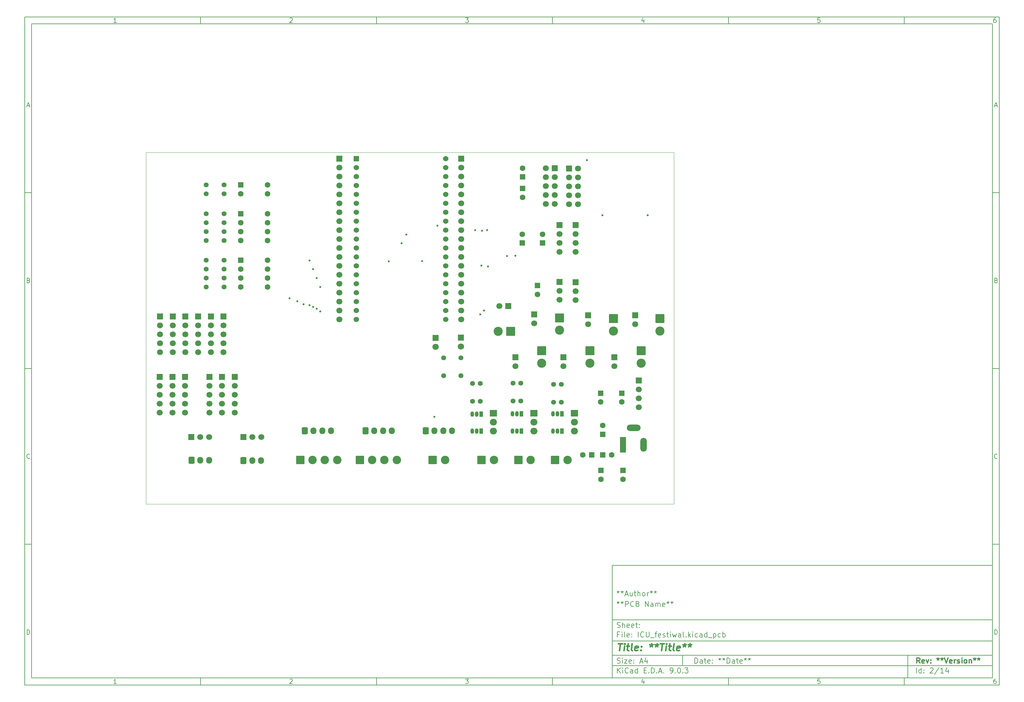
<source format=gbr>
%TF.GenerationSoftware,KiCad,Pcbnew,9.0.3*%
%TF.CreationDate,2025-07-30T07:22:55+02:00*%
%TF.ProjectId,ICU_festiwal,4943555f-6665-4737-9469-77616c2e6b69,\u002A\u002AVersion\u002A\u002A*%
%TF.SameCoordinates,Original*%
%TF.FileFunction,Copper,L2,Inr*%
%TF.FilePolarity,Positive*%
%FSLAX46Y46*%
G04 Gerber Fmt 4.6, Leading zero omitted, Abs format (unit mm)*
G04 Created by KiCad (PCBNEW 9.0.3) date 2025-07-30 07:22:55*
%MOMM*%
%LPD*%
G01*
G04 APERTURE LIST*
G04 Aperture macros list*
%AMRoundRect*
0 Rectangle with rounded corners*
0 $1 Rounding radius*
0 $2 $3 $4 $5 $6 $7 $8 $9 X,Y pos of 4 corners*
0 Add a 4 corners polygon primitive as box body*
4,1,4,$2,$3,$4,$5,$6,$7,$8,$9,$2,$3,0*
0 Add four circle primitives for the rounded corners*
1,1,$1+$1,$2,$3*
1,1,$1+$1,$4,$5*
1,1,$1+$1,$6,$7*
1,1,$1+$1,$8,$9*
0 Add four rect primitives between the rounded corners*
20,1,$1+$1,$2,$3,$4,$5,0*
20,1,$1+$1,$4,$5,$6,$7,0*
20,1,$1+$1,$6,$7,$8,$9,0*
20,1,$1+$1,$8,$9,$2,$3,0*%
G04 Aperture macros list end*
%ADD10C,0.100000*%
%ADD11C,0.150000*%
%ADD12C,0.300000*%
%ADD13C,0.400000*%
%TA.AperFunction,ComponentPad*%
%ADD14RoundRect,0.250000X0.550000X0.550000X-0.550000X0.550000X-0.550000X-0.550000X0.550000X-0.550000X0*%
%TD*%
%TA.AperFunction,ComponentPad*%
%ADD15C,1.600000*%
%TD*%
%TA.AperFunction,ComponentPad*%
%ADD16RoundRect,0.250000X-0.550000X-0.550000X0.550000X-0.550000X0.550000X0.550000X-0.550000X0.550000X0*%
%TD*%
%TA.AperFunction,ComponentPad*%
%ADD17RoundRect,0.250000X0.550000X-0.550000X0.550000X0.550000X-0.550000X0.550000X-0.550000X-0.550000X0*%
%TD*%
%TA.AperFunction,ComponentPad*%
%ADD18R,1.700000X1.700000*%
%TD*%
%TA.AperFunction,ComponentPad*%
%ADD19C,1.700000*%
%TD*%
%TA.AperFunction,ComponentPad*%
%ADD20RoundRect,0.250000X1.050000X1.050000X-1.050000X1.050000X-1.050000X-1.050000X1.050000X-1.050000X0*%
%TD*%
%TA.AperFunction,ComponentPad*%
%ADD21C,2.600000*%
%TD*%
%TA.AperFunction,ComponentPad*%
%ADD22RoundRect,0.250000X-1.050000X1.050000X-1.050000X-1.050000X1.050000X-1.050000X1.050000X1.050000X0*%
%TD*%
%TA.AperFunction,ComponentPad*%
%ADD23RoundRect,0.250000X-0.550000X0.550000X-0.550000X-0.550000X0.550000X-0.550000X0.550000X0.550000X0*%
%TD*%
%TA.AperFunction,ComponentPad*%
%ADD24O,1.050000X1.500000*%
%TD*%
%TA.AperFunction,ComponentPad*%
%ADD25R,1.050000X1.500000*%
%TD*%
%TA.AperFunction,ComponentPad*%
%ADD26C,2.400000*%
%TD*%
%TA.AperFunction,ComponentPad*%
%ADD27RoundRect,0.250001X-0.949999X-0.949999X0.949999X-0.949999X0.949999X0.949999X-0.949999X0.949999X0*%
%TD*%
%TA.AperFunction,ComponentPad*%
%ADD28O,1.700000X1.950000*%
%TD*%
%TA.AperFunction,ComponentPad*%
%ADD29RoundRect,0.250000X-0.600000X-0.725000X0.600000X-0.725000X0.600000X0.725000X-0.600000X0.725000X0*%
%TD*%
%TA.AperFunction,ComponentPad*%
%ADD30O,2.000000X1.905000*%
%TD*%
%TA.AperFunction,ComponentPad*%
%ADD31R,2.000000X1.905000*%
%TD*%
%TA.AperFunction,ComponentPad*%
%ADD32R,1.530000X1.530000*%
%TD*%
%TA.AperFunction,ComponentPad*%
%ADD33C,1.530000*%
%TD*%
%TA.AperFunction,ComponentPad*%
%ADD34O,4.000000X1.800000*%
%TD*%
%TA.AperFunction,ComponentPad*%
%ADD35O,1.800000X4.000000*%
%TD*%
%TA.AperFunction,ComponentPad*%
%ADD36R,1.800000X4.400000*%
%TD*%
%TA.AperFunction,ComponentPad*%
%ADD37C,1.400000*%
%TD*%
%TA.AperFunction,ComponentPad*%
%ADD38R,1.800000X1.800000*%
%TD*%
%TA.AperFunction,ComponentPad*%
%ADD39C,1.800000*%
%TD*%
%TA.AperFunction,ViaPad*%
%ADD40C,0.600000*%
%TD*%
%TA.AperFunction,Profile*%
%ADD41C,0.050000*%
%TD*%
G04 APERTURE END LIST*
D10*
D11*
X177002200Y-166007200D02*
X285002200Y-166007200D01*
X285002200Y-198007200D01*
X177002200Y-198007200D01*
X177002200Y-166007200D01*
D10*
D11*
X10000000Y-10000000D02*
X287002200Y-10000000D01*
X287002200Y-200007200D01*
X10000000Y-200007200D01*
X10000000Y-10000000D01*
D10*
D11*
X12000000Y-12000000D02*
X285002200Y-12000000D01*
X285002200Y-198007200D01*
X12000000Y-198007200D01*
X12000000Y-12000000D01*
D10*
D11*
X60000000Y-12000000D02*
X60000000Y-10000000D01*
D10*
D11*
X110000000Y-12000000D02*
X110000000Y-10000000D01*
D10*
D11*
X160000000Y-12000000D02*
X160000000Y-10000000D01*
D10*
D11*
X210000000Y-12000000D02*
X210000000Y-10000000D01*
D10*
D11*
X260000000Y-12000000D02*
X260000000Y-10000000D01*
D10*
D11*
X36089160Y-11593604D02*
X35346303Y-11593604D01*
X35717731Y-11593604D02*
X35717731Y-10293604D01*
X35717731Y-10293604D02*
X35593922Y-10479319D01*
X35593922Y-10479319D02*
X35470112Y-10603128D01*
X35470112Y-10603128D02*
X35346303Y-10665033D01*
D10*
D11*
X85346303Y-10417414D02*
X85408207Y-10355509D01*
X85408207Y-10355509D02*
X85532017Y-10293604D01*
X85532017Y-10293604D02*
X85841541Y-10293604D01*
X85841541Y-10293604D02*
X85965350Y-10355509D01*
X85965350Y-10355509D02*
X86027255Y-10417414D01*
X86027255Y-10417414D02*
X86089160Y-10541223D01*
X86089160Y-10541223D02*
X86089160Y-10665033D01*
X86089160Y-10665033D02*
X86027255Y-10850747D01*
X86027255Y-10850747D02*
X85284398Y-11593604D01*
X85284398Y-11593604D02*
X86089160Y-11593604D01*
D10*
D11*
X135284398Y-10293604D02*
X136089160Y-10293604D01*
X136089160Y-10293604D02*
X135655826Y-10788842D01*
X135655826Y-10788842D02*
X135841541Y-10788842D01*
X135841541Y-10788842D02*
X135965350Y-10850747D01*
X135965350Y-10850747D02*
X136027255Y-10912652D01*
X136027255Y-10912652D02*
X136089160Y-11036461D01*
X136089160Y-11036461D02*
X136089160Y-11345985D01*
X136089160Y-11345985D02*
X136027255Y-11469795D01*
X136027255Y-11469795D02*
X135965350Y-11531700D01*
X135965350Y-11531700D02*
X135841541Y-11593604D01*
X135841541Y-11593604D02*
X135470112Y-11593604D01*
X135470112Y-11593604D02*
X135346303Y-11531700D01*
X135346303Y-11531700D02*
X135284398Y-11469795D01*
D10*
D11*
X185965350Y-10726938D02*
X185965350Y-11593604D01*
X185655826Y-10231700D02*
X185346303Y-11160271D01*
X185346303Y-11160271D02*
X186151064Y-11160271D01*
D10*
D11*
X236027255Y-10293604D02*
X235408207Y-10293604D01*
X235408207Y-10293604D02*
X235346303Y-10912652D01*
X235346303Y-10912652D02*
X235408207Y-10850747D01*
X235408207Y-10850747D02*
X235532017Y-10788842D01*
X235532017Y-10788842D02*
X235841541Y-10788842D01*
X235841541Y-10788842D02*
X235965350Y-10850747D01*
X235965350Y-10850747D02*
X236027255Y-10912652D01*
X236027255Y-10912652D02*
X236089160Y-11036461D01*
X236089160Y-11036461D02*
X236089160Y-11345985D01*
X236089160Y-11345985D02*
X236027255Y-11469795D01*
X236027255Y-11469795D02*
X235965350Y-11531700D01*
X235965350Y-11531700D02*
X235841541Y-11593604D01*
X235841541Y-11593604D02*
X235532017Y-11593604D01*
X235532017Y-11593604D02*
X235408207Y-11531700D01*
X235408207Y-11531700D02*
X235346303Y-11469795D01*
D10*
D11*
X285965350Y-10293604D02*
X285717731Y-10293604D01*
X285717731Y-10293604D02*
X285593922Y-10355509D01*
X285593922Y-10355509D02*
X285532017Y-10417414D01*
X285532017Y-10417414D02*
X285408207Y-10603128D01*
X285408207Y-10603128D02*
X285346303Y-10850747D01*
X285346303Y-10850747D02*
X285346303Y-11345985D01*
X285346303Y-11345985D02*
X285408207Y-11469795D01*
X285408207Y-11469795D02*
X285470112Y-11531700D01*
X285470112Y-11531700D02*
X285593922Y-11593604D01*
X285593922Y-11593604D02*
X285841541Y-11593604D01*
X285841541Y-11593604D02*
X285965350Y-11531700D01*
X285965350Y-11531700D02*
X286027255Y-11469795D01*
X286027255Y-11469795D02*
X286089160Y-11345985D01*
X286089160Y-11345985D02*
X286089160Y-11036461D01*
X286089160Y-11036461D02*
X286027255Y-10912652D01*
X286027255Y-10912652D02*
X285965350Y-10850747D01*
X285965350Y-10850747D02*
X285841541Y-10788842D01*
X285841541Y-10788842D02*
X285593922Y-10788842D01*
X285593922Y-10788842D02*
X285470112Y-10850747D01*
X285470112Y-10850747D02*
X285408207Y-10912652D01*
X285408207Y-10912652D02*
X285346303Y-11036461D01*
D10*
D11*
X60000000Y-198007200D02*
X60000000Y-200007200D01*
D10*
D11*
X110000000Y-198007200D02*
X110000000Y-200007200D01*
D10*
D11*
X160000000Y-198007200D02*
X160000000Y-200007200D01*
D10*
D11*
X210000000Y-198007200D02*
X210000000Y-200007200D01*
D10*
D11*
X260000000Y-198007200D02*
X260000000Y-200007200D01*
D10*
D11*
X36089160Y-199600804D02*
X35346303Y-199600804D01*
X35717731Y-199600804D02*
X35717731Y-198300804D01*
X35717731Y-198300804D02*
X35593922Y-198486519D01*
X35593922Y-198486519D02*
X35470112Y-198610328D01*
X35470112Y-198610328D02*
X35346303Y-198672233D01*
D10*
D11*
X85346303Y-198424614D02*
X85408207Y-198362709D01*
X85408207Y-198362709D02*
X85532017Y-198300804D01*
X85532017Y-198300804D02*
X85841541Y-198300804D01*
X85841541Y-198300804D02*
X85965350Y-198362709D01*
X85965350Y-198362709D02*
X86027255Y-198424614D01*
X86027255Y-198424614D02*
X86089160Y-198548423D01*
X86089160Y-198548423D02*
X86089160Y-198672233D01*
X86089160Y-198672233D02*
X86027255Y-198857947D01*
X86027255Y-198857947D02*
X85284398Y-199600804D01*
X85284398Y-199600804D02*
X86089160Y-199600804D01*
D10*
D11*
X135284398Y-198300804D02*
X136089160Y-198300804D01*
X136089160Y-198300804D02*
X135655826Y-198796042D01*
X135655826Y-198796042D02*
X135841541Y-198796042D01*
X135841541Y-198796042D02*
X135965350Y-198857947D01*
X135965350Y-198857947D02*
X136027255Y-198919852D01*
X136027255Y-198919852D02*
X136089160Y-199043661D01*
X136089160Y-199043661D02*
X136089160Y-199353185D01*
X136089160Y-199353185D02*
X136027255Y-199476995D01*
X136027255Y-199476995D02*
X135965350Y-199538900D01*
X135965350Y-199538900D02*
X135841541Y-199600804D01*
X135841541Y-199600804D02*
X135470112Y-199600804D01*
X135470112Y-199600804D02*
X135346303Y-199538900D01*
X135346303Y-199538900D02*
X135284398Y-199476995D01*
D10*
D11*
X185965350Y-198734138D02*
X185965350Y-199600804D01*
X185655826Y-198238900D02*
X185346303Y-199167471D01*
X185346303Y-199167471D02*
X186151064Y-199167471D01*
D10*
D11*
X236027255Y-198300804D02*
X235408207Y-198300804D01*
X235408207Y-198300804D02*
X235346303Y-198919852D01*
X235346303Y-198919852D02*
X235408207Y-198857947D01*
X235408207Y-198857947D02*
X235532017Y-198796042D01*
X235532017Y-198796042D02*
X235841541Y-198796042D01*
X235841541Y-198796042D02*
X235965350Y-198857947D01*
X235965350Y-198857947D02*
X236027255Y-198919852D01*
X236027255Y-198919852D02*
X236089160Y-199043661D01*
X236089160Y-199043661D02*
X236089160Y-199353185D01*
X236089160Y-199353185D02*
X236027255Y-199476995D01*
X236027255Y-199476995D02*
X235965350Y-199538900D01*
X235965350Y-199538900D02*
X235841541Y-199600804D01*
X235841541Y-199600804D02*
X235532017Y-199600804D01*
X235532017Y-199600804D02*
X235408207Y-199538900D01*
X235408207Y-199538900D02*
X235346303Y-199476995D01*
D10*
D11*
X285965350Y-198300804D02*
X285717731Y-198300804D01*
X285717731Y-198300804D02*
X285593922Y-198362709D01*
X285593922Y-198362709D02*
X285532017Y-198424614D01*
X285532017Y-198424614D02*
X285408207Y-198610328D01*
X285408207Y-198610328D02*
X285346303Y-198857947D01*
X285346303Y-198857947D02*
X285346303Y-199353185D01*
X285346303Y-199353185D02*
X285408207Y-199476995D01*
X285408207Y-199476995D02*
X285470112Y-199538900D01*
X285470112Y-199538900D02*
X285593922Y-199600804D01*
X285593922Y-199600804D02*
X285841541Y-199600804D01*
X285841541Y-199600804D02*
X285965350Y-199538900D01*
X285965350Y-199538900D02*
X286027255Y-199476995D01*
X286027255Y-199476995D02*
X286089160Y-199353185D01*
X286089160Y-199353185D02*
X286089160Y-199043661D01*
X286089160Y-199043661D02*
X286027255Y-198919852D01*
X286027255Y-198919852D02*
X285965350Y-198857947D01*
X285965350Y-198857947D02*
X285841541Y-198796042D01*
X285841541Y-198796042D02*
X285593922Y-198796042D01*
X285593922Y-198796042D02*
X285470112Y-198857947D01*
X285470112Y-198857947D02*
X285408207Y-198919852D01*
X285408207Y-198919852D02*
X285346303Y-199043661D01*
D10*
D11*
X10000000Y-60000000D02*
X12000000Y-60000000D01*
D10*
D11*
X10000000Y-110000000D02*
X12000000Y-110000000D01*
D10*
D11*
X10000000Y-160000000D02*
X12000000Y-160000000D01*
D10*
D11*
X10690476Y-35222176D02*
X11309523Y-35222176D01*
X10566666Y-35593604D02*
X10999999Y-34293604D01*
X10999999Y-34293604D02*
X11433333Y-35593604D01*
D10*
D11*
X11092857Y-84912652D02*
X11278571Y-84974557D01*
X11278571Y-84974557D02*
X11340476Y-85036461D01*
X11340476Y-85036461D02*
X11402380Y-85160271D01*
X11402380Y-85160271D02*
X11402380Y-85345985D01*
X11402380Y-85345985D02*
X11340476Y-85469795D01*
X11340476Y-85469795D02*
X11278571Y-85531700D01*
X11278571Y-85531700D02*
X11154761Y-85593604D01*
X11154761Y-85593604D02*
X10659523Y-85593604D01*
X10659523Y-85593604D02*
X10659523Y-84293604D01*
X10659523Y-84293604D02*
X11092857Y-84293604D01*
X11092857Y-84293604D02*
X11216666Y-84355509D01*
X11216666Y-84355509D02*
X11278571Y-84417414D01*
X11278571Y-84417414D02*
X11340476Y-84541223D01*
X11340476Y-84541223D02*
X11340476Y-84665033D01*
X11340476Y-84665033D02*
X11278571Y-84788842D01*
X11278571Y-84788842D02*
X11216666Y-84850747D01*
X11216666Y-84850747D02*
X11092857Y-84912652D01*
X11092857Y-84912652D02*
X10659523Y-84912652D01*
D10*
D11*
X11402380Y-135469795D02*
X11340476Y-135531700D01*
X11340476Y-135531700D02*
X11154761Y-135593604D01*
X11154761Y-135593604D02*
X11030952Y-135593604D01*
X11030952Y-135593604D02*
X10845238Y-135531700D01*
X10845238Y-135531700D02*
X10721428Y-135407890D01*
X10721428Y-135407890D02*
X10659523Y-135284080D01*
X10659523Y-135284080D02*
X10597619Y-135036461D01*
X10597619Y-135036461D02*
X10597619Y-134850747D01*
X10597619Y-134850747D02*
X10659523Y-134603128D01*
X10659523Y-134603128D02*
X10721428Y-134479319D01*
X10721428Y-134479319D02*
X10845238Y-134355509D01*
X10845238Y-134355509D02*
X11030952Y-134293604D01*
X11030952Y-134293604D02*
X11154761Y-134293604D01*
X11154761Y-134293604D02*
X11340476Y-134355509D01*
X11340476Y-134355509D02*
X11402380Y-134417414D01*
D10*
D11*
X10659523Y-185593604D02*
X10659523Y-184293604D01*
X10659523Y-184293604D02*
X10969047Y-184293604D01*
X10969047Y-184293604D02*
X11154761Y-184355509D01*
X11154761Y-184355509D02*
X11278571Y-184479319D01*
X11278571Y-184479319D02*
X11340476Y-184603128D01*
X11340476Y-184603128D02*
X11402380Y-184850747D01*
X11402380Y-184850747D02*
X11402380Y-185036461D01*
X11402380Y-185036461D02*
X11340476Y-185284080D01*
X11340476Y-185284080D02*
X11278571Y-185407890D01*
X11278571Y-185407890D02*
X11154761Y-185531700D01*
X11154761Y-185531700D02*
X10969047Y-185593604D01*
X10969047Y-185593604D02*
X10659523Y-185593604D01*
D10*
D11*
X287002200Y-60000000D02*
X285002200Y-60000000D01*
D10*
D11*
X287002200Y-110000000D02*
X285002200Y-110000000D01*
D10*
D11*
X287002200Y-160000000D02*
X285002200Y-160000000D01*
D10*
D11*
X285692676Y-35222176D02*
X286311723Y-35222176D01*
X285568866Y-35593604D02*
X286002199Y-34293604D01*
X286002199Y-34293604D02*
X286435533Y-35593604D01*
D10*
D11*
X286095057Y-84912652D02*
X286280771Y-84974557D01*
X286280771Y-84974557D02*
X286342676Y-85036461D01*
X286342676Y-85036461D02*
X286404580Y-85160271D01*
X286404580Y-85160271D02*
X286404580Y-85345985D01*
X286404580Y-85345985D02*
X286342676Y-85469795D01*
X286342676Y-85469795D02*
X286280771Y-85531700D01*
X286280771Y-85531700D02*
X286156961Y-85593604D01*
X286156961Y-85593604D02*
X285661723Y-85593604D01*
X285661723Y-85593604D02*
X285661723Y-84293604D01*
X285661723Y-84293604D02*
X286095057Y-84293604D01*
X286095057Y-84293604D02*
X286218866Y-84355509D01*
X286218866Y-84355509D02*
X286280771Y-84417414D01*
X286280771Y-84417414D02*
X286342676Y-84541223D01*
X286342676Y-84541223D02*
X286342676Y-84665033D01*
X286342676Y-84665033D02*
X286280771Y-84788842D01*
X286280771Y-84788842D02*
X286218866Y-84850747D01*
X286218866Y-84850747D02*
X286095057Y-84912652D01*
X286095057Y-84912652D02*
X285661723Y-84912652D01*
D10*
D11*
X286404580Y-135469795D02*
X286342676Y-135531700D01*
X286342676Y-135531700D02*
X286156961Y-135593604D01*
X286156961Y-135593604D02*
X286033152Y-135593604D01*
X286033152Y-135593604D02*
X285847438Y-135531700D01*
X285847438Y-135531700D02*
X285723628Y-135407890D01*
X285723628Y-135407890D02*
X285661723Y-135284080D01*
X285661723Y-135284080D02*
X285599819Y-135036461D01*
X285599819Y-135036461D02*
X285599819Y-134850747D01*
X285599819Y-134850747D02*
X285661723Y-134603128D01*
X285661723Y-134603128D02*
X285723628Y-134479319D01*
X285723628Y-134479319D02*
X285847438Y-134355509D01*
X285847438Y-134355509D02*
X286033152Y-134293604D01*
X286033152Y-134293604D02*
X286156961Y-134293604D01*
X286156961Y-134293604D02*
X286342676Y-134355509D01*
X286342676Y-134355509D02*
X286404580Y-134417414D01*
D10*
D11*
X285661723Y-185593604D02*
X285661723Y-184293604D01*
X285661723Y-184293604D02*
X285971247Y-184293604D01*
X285971247Y-184293604D02*
X286156961Y-184355509D01*
X286156961Y-184355509D02*
X286280771Y-184479319D01*
X286280771Y-184479319D02*
X286342676Y-184603128D01*
X286342676Y-184603128D02*
X286404580Y-184850747D01*
X286404580Y-184850747D02*
X286404580Y-185036461D01*
X286404580Y-185036461D02*
X286342676Y-185284080D01*
X286342676Y-185284080D02*
X286280771Y-185407890D01*
X286280771Y-185407890D02*
X286156961Y-185531700D01*
X286156961Y-185531700D02*
X285971247Y-185593604D01*
X285971247Y-185593604D02*
X285661723Y-185593604D01*
D10*
D11*
X200458026Y-193793328D02*
X200458026Y-192293328D01*
X200458026Y-192293328D02*
X200815169Y-192293328D01*
X200815169Y-192293328D02*
X201029455Y-192364757D01*
X201029455Y-192364757D02*
X201172312Y-192507614D01*
X201172312Y-192507614D02*
X201243741Y-192650471D01*
X201243741Y-192650471D02*
X201315169Y-192936185D01*
X201315169Y-192936185D02*
X201315169Y-193150471D01*
X201315169Y-193150471D02*
X201243741Y-193436185D01*
X201243741Y-193436185D02*
X201172312Y-193579042D01*
X201172312Y-193579042D02*
X201029455Y-193721900D01*
X201029455Y-193721900D02*
X200815169Y-193793328D01*
X200815169Y-193793328D02*
X200458026Y-193793328D01*
X202600884Y-193793328D02*
X202600884Y-193007614D01*
X202600884Y-193007614D02*
X202529455Y-192864757D01*
X202529455Y-192864757D02*
X202386598Y-192793328D01*
X202386598Y-192793328D02*
X202100884Y-192793328D01*
X202100884Y-192793328D02*
X201958026Y-192864757D01*
X202600884Y-193721900D02*
X202458026Y-193793328D01*
X202458026Y-193793328D02*
X202100884Y-193793328D01*
X202100884Y-193793328D02*
X201958026Y-193721900D01*
X201958026Y-193721900D02*
X201886598Y-193579042D01*
X201886598Y-193579042D02*
X201886598Y-193436185D01*
X201886598Y-193436185D02*
X201958026Y-193293328D01*
X201958026Y-193293328D02*
X202100884Y-193221900D01*
X202100884Y-193221900D02*
X202458026Y-193221900D01*
X202458026Y-193221900D02*
X202600884Y-193150471D01*
X203100884Y-192793328D02*
X203672312Y-192793328D01*
X203315169Y-192293328D02*
X203315169Y-193579042D01*
X203315169Y-193579042D02*
X203386598Y-193721900D01*
X203386598Y-193721900D02*
X203529455Y-193793328D01*
X203529455Y-193793328D02*
X203672312Y-193793328D01*
X204743741Y-193721900D02*
X204600884Y-193793328D01*
X204600884Y-193793328D02*
X204315170Y-193793328D01*
X204315170Y-193793328D02*
X204172312Y-193721900D01*
X204172312Y-193721900D02*
X204100884Y-193579042D01*
X204100884Y-193579042D02*
X204100884Y-193007614D01*
X204100884Y-193007614D02*
X204172312Y-192864757D01*
X204172312Y-192864757D02*
X204315170Y-192793328D01*
X204315170Y-192793328D02*
X204600884Y-192793328D01*
X204600884Y-192793328D02*
X204743741Y-192864757D01*
X204743741Y-192864757D02*
X204815170Y-193007614D01*
X204815170Y-193007614D02*
X204815170Y-193150471D01*
X204815170Y-193150471D02*
X204100884Y-193293328D01*
X205458026Y-193650471D02*
X205529455Y-193721900D01*
X205529455Y-193721900D02*
X205458026Y-193793328D01*
X205458026Y-193793328D02*
X205386598Y-193721900D01*
X205386598Y-193721900D02*
X205458026Y-193650471D01*
X205458026Y-193650471D02*
X205458026Y-193793328D01*
X205458026Y-192864757D02*
X205529455Y-192936185D01*
X205529455Y-192936185D02*
X205458026Y-193007614D01*
X205458026Y-193007614D02*
X205386598Y-192936185D01*
X205386598Y-192936185D02*
X205458026Y-192864757D01*
X205458026Y-192864757D02*
X205458026Y-193007614D01*
X207529455Y-192293328D02*
X207529455Y-192650471D01*
X207172312Y-192507614D02*
X207529455Y-192650471D01*
X207529455Y-192650471D02*
X207886598Y-192507614D01*
X207315169Y-192936185D02*
X207529455Y-192650471D01*
X207529455Y-192650471D02*
X207743741Y-192936185D01*
X208672312Y-192293328D02*
X208672312Y-192650471D01*
X208315169Y-192507614D02*
X208672312Y-192650471D01*
X208672312Y-192650471D02*
X209029455Y-192507614D01*
X208458026Y-192936185D02*
X208672312Y-192650471D01*
X208672312Y-192650471D02*
X208886598Y-192936185D01*
X209600883Y-193793328D02*
X209600883Y-192293328D01*
X209600883Y-192293328D02*
X209958026Y-192293328D01*
X209958026Y-192293328D02*
X210172312Y-192364757D01*
X210172312Y-192364757D02*
X210315169Y-192507614D01*
X210315169Y-192507614D02*
X210386598Y-192650471D01*
X210386598Y-192650471D02*
X210458026Y-192936185D01*
X210458026Y-192936185D02*
X210458026Y-193150471D01*
X210458026Y-193150471D02*
X210386598Y-193436185D01*
X210386598Y-193436185D02*
X210315169Y-193579042D01*
X210315169Y-193579042D02*
X210172312Y-193721900D01*
X210172312Y-193721900D02*
X209958026Y-193793328D01*
X209958026Y-193793328D02*
X209600883Y-193793328D01*
X211743741Y-193793328D02*
X211743741Y-193007614D01*
X211743741Y-193007614D02*
X211672312Y-192864757D01*
X211672312Y-192864757D02*
X211529455Y-192793328D01*
X211529455Y-192793328D02*
X211243741Y-192793328D01*
X211243741Y-192793328D02*
X211100883Y-192864757D01*
X211743741Y-193721900D02*
X211600883Y-193793328D01*
X211600883Y-193793328D02*
X211243741Y-193793328D01*
X211243741Y-193793328D02*
X211100883Y-193721900D01*
X211100883Y-193721900D02*
X211029455Y-193579042D01*
X211029455Y-193579042D02*
X211029455Y-193436185D01*
X211029455Y-193436185D02*
X211100883Y-193293328D01*
X211100883Y-193293328D02*
X211243741Y-193221900D01*
X211243741Y-193221900D02*
X211600883Y-193221900D01*
X211600883Y-193221900D02*
X211743741Y-193150471D01*
X212243741Y-192793328D02*
X212815169Y-192793328D01*
X212458026Y-192293328D02*
X212458026Y-193579042D01*
X212458026Y-193579042D02*
X212529455Y-193721900D01*
X212529455Y-193721900D02*
X212672312Y-193793328D01*
X212672312Y-193793328D02*
X212815169Y-193793328D01*
X213886598Y-193721900D02*
X213743741Y-193793328D01*
X213743741Y-193793328D02*
X213458027Y-193793328D01*
X213458027Y-193793328D02*
X213315169Y-193721900D01*
X213315169Y-193721900D02*
X213243741Y-193579042D01*
X213243741Y-193579042D02*
X213243741Y-193007614D01*
X213243741Y-193007614D02*
X213315169Y-192864757D01*
X213315169Y-192864757D02*
X213458027Y-192793328D01*
X213458027Y-192793328D02*
X213743741Y-192793328D01*
X213743741Y-192793328D02*
X213886598Y-192864757D01*
X213886598Y-192864757D02*
X213958027Y-193007614D01*
X213958027Y-193007614D02*
X213958027Y-193150471D01*
X213958027Y-193150471D02*
X213243741Y-193293328D01*
X214815169Y-192293328D02*
X214815169Y-192650471D01*
X214458026Y-192507614D02*
X214815169Y-192650471D01*
X214815169Y-192650471D02*
X215172312Y-192507614D01*
X214600883Y-192936185D02*
X214815169Y-192650471D01*
X214815169Y-192650471D02*
X215029455Y-192936185D01*
X215958026Y-192293328D02*
X215958026Y-192650471D01*
X215600883Y-192507614D02*
X215958026Y-192650471D01*
X215958026Y-192650471D02*
X216315169Y-192507614D01*
X215743740Y-192936185D02*
X215958026Y-192650471D01*
X215958026Y-192650471D02*
X216172312Y-192936185D01*
D10*
D11*
X177002200Y-194507200D02*
X285002200Y-194507200D01*
D10*
D11*
X178458026Y-196593328D02*
X178458026Y-195093328D01*
X179315169Y-196593328D02*
X178672312Y-195736185D01*
X179315169Y-195093328D02*
X178458026Y-195950471D01*
X179958026Y-196593328D02*
X179958026Y-195593328D01*
X179958026Y-195093328D02*
X179886598Y-195164757D01*
X179886598Y-195164757D02*
X179958026Y-195236185D01*
X179958026Y-195236185D02*
X180029455Y-195164757D01*
X180029455Y-195164757D02*
X179958026Y-195093328D01*
X179958026Y-195093328D02*
X179958026Y-195236185D01*
X181529455Y-196450471D02*
X181458027Y-196521900D01*
X181458027Y-196521900D02*
X181243741Y-196593328D01*
X181243741Y-196593328D02*
X181100884Y-196593328D01*
X181100884Y-196593328D02*
X180886598Y-196521900D01*
X180886598Y-196521900D02*
X180743741Y-196379042D01*
X180743741Y-196379042D02*
X180672312Y-196236185D01*
X180672312Y-196236185D02*
X180600884Y-195950471D01*
X180600884Y-195950471D02*
X180600884Y-195736185D01*
X180600884Y-195736185D02*
X180672312Y-195450471D01*
X180672312Y-195450471D02*
X180743741Y-195307614D01*
X180743741Y-195307614D02*
X180886598Y-195164757D01*
X180886598Y-195164757D02*
X181100884Y-195093328D01*
X181100884Y-195093328D02*
X181243741Y-195093328D01*
X181243741Y-195093328D02*
X181458027Y-195164757D01*
X181458027Y-195164757D02*
X181529455Y-195236185D01*
X182815170Y-196593328D02*
X182815170Y-195807614D01*
X182815170Y-195807614D02*
X182743741Y-195664757D01*
X182743741Y-195664757D02*
X182600884Y-195593328D01*
X182600884Y-195593328D02*
X182315170Y-195593328D01*
X182315170Y-195593328D02*
X182172312Y-195664757D01*
X182815170Y-196521900D02*
X182672312Y-196593328D01*
X182672312Y-196593328D02*
X182315170Y-196593328D01*
X182315170Y-196593328D02*
X182172312Y-196521900D01*
X182172312Y-196521900D02*
X182100884Y-196379042D01*
X182100884Y-196379042D02*
X182100884Y-196236185D01*
X182100884Y-196236185D02*
X182172312Y-196093328D01*
X182172312Y-196093328D02*
X182315170Y-196021900D01*
X182315170Y-196021900D02*
X182672312Y-196021900D01*
X182672312Y-196021900D02*
X182815170Y-195950471D01*
X184172313Y-196593328D02*
X184172313Y-195093328D01*
X184172313Y-196521900D02*
X184029455Y-196593328D01*
X184029455Y-196593328D02*
X183743741Y-196593328D01*
X183743741Y-196593328D02*
X183600884Y-196521900D01*
X183600884Y-196521900D02*
X183529455Y-196450471D01*
X183529455Y-196450471D02*
X183458027Y-196307614D01*
X183458027Y-196307614D02*
X183458027Y-195879042D01*
X183458027Y-195879042D02*
X183529455Y-195736185D01*
X183529455Y-195736185D02*
X183600884Y-195664757D01*
X183600884Y-195664757D02*
X183743741Y-195593328D01*
X183743741Y-195593328D02*
X184029455Y-195593328D01*
X184029455Y-195593328D02*
X184172313Y-195664757D01*
X186029455Y-195807614D02*
X186529455Y-195807614D01*
X186743741Y-196593328D02*
X186029455Y-196593328D01*
X186029455Y-196593328D02*
X186029455Y-195093328D01*
X186029455Y-195093328D02*
X186743741Y-195093328D01*
X187386598Y-196450471D02*
X187458027Y-196521900D01*
X187458027Y-196521900D02*
X187386598Y-196593328D01*
X187386598Y-196593328D02*
X187315170Y-196521900D01*
X187315170Y-196521900D02*
X187386598Y-196450471D01*
X187386598Y-196450471D02*
X187386598Y-196593328D01*
X188100884Y-196593328D02*
X188100884Y-195093328D01*
X188100884Y-195093328D02*
X188458027Y-195093328D01*
X188458027Y-195093328D02*
X188672313Y-195164757D01*
X188672313Y-195164757D02*
X188815170Y-195307614D01*
X188815170Y-195307614D02*
X188886599Y-195450471D01*
X188886599Y-195450471D02*
X188958027Y-195736185D01*
X188958027Y-195736185D02*
X188958027Y-195950471D01*
X188958027Y-195950471D02*
X188886599Y-196236185D01*
X188886599Y-196236185D02*
X188815170Y-196379042D01*
X188815170Y-196379042D02*
X188672313Y-196521900D01*
X188672313Y-196521900D02*
X188458027Y-196593328D01*
X188458027Y-196593328D02*
X188100884Y-196593328D01*
X189600884Y-196450471D02*
X189672313Y-196521900D01*
X189672313Y-196521900D02*
X189600884Y-196593328D01*
X189600884Y-196593328D02*
X189529456Y-196521900D01*
X189529456Y-196521900D02*
X189600884Y-196450471D01*
X189600884Y-196450471D02*
X189600884Y-196593328D01*
X190243742Y-196164757D02*
X190958028Y-196164757D01*
X190100885Y-196593328D02*
X190600885Y-195093328D01*
X190600885Y-195093328D02*
X191100885Y-196593328D01*
X191600884Y-196450471D02*
X191672313Y-196521900D01*
X191672313Y-196521900D02*
X191600884Y-196593328D01*
X191600884Y-196593328D02*
X191529456Y-196521900D01*
X191529456Y-196521900D02*
X191600884Y-196450471D01*
X191600884Y-196450471D02*
X191600884Y-196593328D01*
X193529456Y-196593328D02*
X193815170Y-196593328D01*
X193815170Y-196593328D02*
X193958027Y-196521900D01*
X193958027Y-196521900D02*
X194029456Y-196450471D01*
X194029456Y-196450471D02*
X194172313Y-196236185D01*
X194172313Y-196236185D02*
X194243742Y-195950471D01*
X194243742Y-195950471D02*
X194243742Y-195379042D01*
X194243742Y-195379042D02*
X194172313Y-195236185D01*
X194172313Y-195236185D02*
X194100885Y-195164757D01*
X194100885Y-195164757D02*
X193958027Y-195093328D01*
X193958027Y-195093328D02*
X193672313Y-195093328D01*
X193672313Y-195093328D02*
X193529456Y-195164757D01*
X193529456Y-195164757D02*
X193458027Y-195236185D01*
X193458027Y-195236185D02*
X193386599Y-195379042D01*
X193386599Y-195379042D02*
X193386599Y-195736185D01*
X193386599Y-195736185D02*
X193458027Y-195879042D01*
X193458027Y-195879042D02*
X193529456Y-195950471D01*
X193529456Y-195950471D02*
X193672313Y-196021900D01*
X193672313Y-196021900D02*
X193958027Y-196021900D01*
X193958027Y-196021900D02*
X194100885Y-195950471D01*
X194100885Y-195950471D02*
X194172313Y-195879042D01*
X194172313Y-195879042D02*
X194243742Y-195736185D01*
X194886598Y-196450471D02*
X194958027Y-196521900D01*
X194958027Y-196521900D02*
X194886598Y-196593328D01*
X194886598Y-196593328D02*
X194815170Y-196521900D01*
X194815170Y-196521900D02*
X194886598Y-196450471D01*
X194886598Y-196450471D02*
X194886598Y-196593328D01*
X195886599Y-195093328D02*
X196029456Y-195093328D01*
X196029456Y-195093328D02*
X196172313Y-195164757D01*
X196172313Y-195164757D02*
X196243742Y-195236185D01*
X196243742Y-195236185D02*
X196315170Y-195379042D01*
X196315170Y-195379042D02*
X196386599Y-195664757D01*
X196386599Y-195664757D02*
X196386599Y-196021900D01*
X196386599Y-196021900D02*
X196315170Y-196307614D01*
X196315170Y-196307614D02*
X196243742Y-196450471D01*
X196243742Y-196450471D02*
X196172313Y-196521900D01*
X196172313Y-196521900D02*
X196029456Y-196593328D01*
X196029456Y-196593328D02*
X195886599Y-196593328D01*
X195886599Y-196593328D02*
X195743742Y-196521900D01*
X195743742Y-196521900D02*
X195672313Y-196450471D01*
X195672313Y-196450471D02*
X195600884Y-196307614D01*
X195600884Y-196307614D02*
X195529456Y-196021900D01*
X195529456Y-196021900D02*
X195529456Y-195664757D01*
X195529456Y-195664757D02*
X195600884Y-195379042D01*
X195600884Y-195379042D02*
X195672313Y-195236185D01*
X195672313Y-195236185D02*
X195743742Y-195164757D01*
X195743742Y-195164757D02*
X195886599Y-195093328D01*
X197029455Y-196450471D02*
X197100884Y-196521900D01*
X197100884Y-196521900D02*
X197029455Y-196593328D01*
X197029455Y-196593328D02*
X196958027Y-196521900D01*
X196958027Y-196521900D02*
X197029455Y-196450471D01*
X197029455Y-196450471D02*
X197029455Y-196593328D01*
X197600884Y-195093328D02*
X198529456Y-195093328D01*
X198529456Y-195093328D02*
X198029456Y-195664757D01*
X198029456Y-195664757D02*
X198243741Y-195664757D01*
X198243741Y-195664757D02*
X198386599Y-195736185D01*
X198386599Y-195736185D02*
X198458027Y-195807614D01*
X198458027Y-195807614D02*
X198529456Y-195950471D01*
X198529456Y-195950471D02*
X198529456Y-196307614D01*
X198529456Y-196307614D02*
X198458027Y-196450471D01*
X198458027Y-196450471D02*
X198386599Y-196521900D01*
X198386599Y-196521900D02*
X198243741Y-196593328D01*
X198243741Y-196593328D02*
X197815170Y-196593328D01*
X197815170Y-196593328D02*
X197672313Y-196521900D01*
X197672313Y-196521900D02*
X197600884Y-196450471D01*
D10*
D11*
X177002200Y-191507200D02*
X285002200Y-191507200D01*
D10*
D12*
X264413853Y-193785528D02*
X263913853Y-193071242D01*
X263556710Y-193785528D02*
X263556710Y-192285528D01*
X263556710Y-192285528D02*
X264128139Y-192285528D01*
X264128139Y-192285528D02*
X264270996Y-192356957D01*
X264270996Y-192356957D02*
X264342425Y-192428385D01*
X264342425Y-192428385D02*
X264413853Y-192571242D01*
X264413853Y-192571242D02*
X264413853Y-192785528D01*
X264413853Y-192785528D02*
X264342425Y-192928385D01*
X264342425Y-192928385D02*
X264270996Y-192999814D01*
X264270996Y-192999814D02*
X264128139Y-193071242D01*
X264128139Y-193071242D02*
X263556710Y-193071242D01*
X265628139Y-193714100D02*
X265485282Y-193785528D01*
X265485282Y-193785528D02*
X265199568Y-193785528D01*
X265199568Y-193785528D02*
X265056710Y-193714100D01*
X265056710Y-193714100D02*
X264985282Y-193571242D01*
X264985282Y-193571242D02*
X264985282Y-192999814D01*
X264985282Y-192999814D02*
X265056710Y-192856957D01*
X265056710Y-192856957D02*
X265199568Y-192785528D01*
X265199568Y-192785528D02*
X265485282Y-192785528D01*
X265485282Y-192785528D02*
X265628139Y-192856957D01*
X265628139Y-192856957D02*
X265699568Y-192999814D01*
X265699568Y-192999814D02*
X265699568Y-193142671D01*
X265699568Y-193142671D02*
X264985282Y-193285528D01*
X266199567Y-192785528D02*
X266556710Y-193785528D01*
X266556710Y-193785528D02*
X266913853Y-192785528D01*
X267485281Y-193642671D02*
X267556710Y-193714100D01*
X267556710Y-193714100D02*
X267485281Y-193785528D01*
X267485281Y-193785528D02*
X267413853Y-193714100D01*
X267413853Y-193714100D02*
X267485281Y-193642671D01*
X267485281Y-193642671D02*
X267485281Y-193785528D01*
X267485281Y-192856957D02*
X267556710Y-192928385D01*
X267556710Y-192928385D02*
X267485281Y-192999814D01*
X267485281Y-192999814D02*
X267413853Y-192928385D01*
X267413853Y-192928385D02*
X267485281Y-192856957D01*
X267485281Y-192856957D02*
X267485281Y-192999814D01*
X269556710Y-192285528D02*
X269556710Y-192642671D01*
X269199567Y-192499814D02*
X269556710Y-192642671D01*
X269556710Y-192642671D02*
X269913853Y-192499814D01*
X269342424Y-192928385D02*
X269556710Y-192642671D01*
X269556710Y-192642671D02*
X269770996Y-192928385D01*
X270699567Y-192285528D02*
X270699567Y-192642671D01*
X270342424Y-192499814D02*
X270699567Y-192642671D01*
X270699567Y-192642671D02*
X271056710Y-192499814D01*
X270485281Y-192928385D02*
X270699567Y-192642671D01*
X270699567Y-192642671D02*
X270913853Y-192928385D01*
X271413853Y-192285528D02*
X271913853Y-193785528D01*
X271913853Y-193785528D02*
X272413853Y-192285528D01*
X273485281Y-193714100D02*
X273342424Y-193785528D01*
X273342424Y-193785528D02*
X273056710Y-193785528D01*
X273056710Y-193785528D02*
X272913852Y-193714100D01*
X272913852Y-193714100D02*
X272842424Y-193571242D01*
X272842424Y-193571242D02*
X272842424Y-192999814D01*
X272842424Y-192999814D02*
X272913852Y-192856957D01*
X272913852Y-192856957D02*
X273056710Y-192785528D01*
X273056710Y-192785528D02*
X273342424Y-192785528D01*
X273342424Y-192785528D02*
X273485281Y-192856957D01*
X273485281Y-192856957D02*
X273556710Y-192999814D01*
X273556710Y-192999814D02*
X273556710Y-193142671D01*
X273556710Y-193142671D02*
X272842424Y-193285528D01*
X274199566Y-193785528D02*
X274199566Y-192785528D01*
X274199566Y-193071242D02*
X274270995Y-192928385D01*
X274270995Y-192928385D02*
X274342424Y-192856957D01*
X274342424Y-192856957D02*
X274485281Y-192785528D01*
X274485281Y-192785528D02*
X274628138Y-192785528D01*
X275056709Y-193714100D02*
X275199566Y-193785528D01*
X275199566Y-193785528D02*
X275485280Y-193785528D01*
X275485280Y-193785528D02*
X275628137Y-193714100D01*
X275628137Y-193714100D02*
X275699566Y-193571242D01*
X275699566Y-193571242D02*
X275699566Y-193499814D01*
X275699566Y-193499814D02*
X275628137Y-193356957D01*
X275628137Y-193356957D02*
X275485280Y-193285528D01*
X275485280Y-193285528D02*
X275270995Y-193285528D01*
X275270995Y-193285528D02*
X275128137Y-193214100D01*
X275128137Y-193214100D02*
X275056709Y-193071242D01*
X275056709Y-193071242D02*
X275056709Y-192999814D01*
X275056709Y-192999814D02*
X275128137Y-192856957D01*
X275128137Y-192856957D02*
X275270995Y-192785528D01*
X275270995Y-192785528D02*
X275485280Y-192785528D01*
X275485280Y-192785528D02*
X275628137Y-192856957D01*
X276342423Y-193785528D02*
X276342423Y-192785528D01*
X276342423Y-192285528D02*
X276270995Y-192356957D01*
X276270995Y-192356957D02*
X276342423Y-192428385D01*
X276342423Y-192428385D02*
X276413852Y-192356957D01*
X276413852Y-192356957D02*
X276342423Y-192285528D01*
X276342423Y-192285528D02*
X276342423Y-192428385D01*
X277270995Y-193785528D02*
X277128138Y-193714100D01*
X277128138Y-193714100D02*
X277056709Y-193642671D01*
X277056709Y-193642671D02*
X276985281Y-193499814D01*
X276985281Y-193499814D02*
X276985281Y-193071242D01*
X276985281Y-193071242D02*
X277056709Y-192928385D01*
X277056709Y-192928385D02*
X277128138Y-192856957D01*
X277128138Y-192856957D02*
X277270995Y-192785528D01*
X277270995Y-192785528D02*
X277485281Y-192785528D01*
X277485281Y-192785528D02*
X277628138Y-192856957D01*
X277628138Y-192856957D02*
X277699567Y-192928385D01*
X277699567Y-192928385D02*
X277770995Y-193071242D01*
X277770995Y-193071242D02*
X277770995Y-193499814D01*
X277770995Y-193499814D02*
X277699567Y-193642671D01*
X277699567Y-193642671D02*
X277628138Y-193714100D01*
X277628138Y-193714100D02*
X277485281Y-193785528D01*
X277485281Y-193785528D02*
X277270995Y-193785528D01*
X278413852Y-192785528D02*
X278413852Y-193785528D01*
X278413852Y-192928385D02*
X278485281Y-192856957D01*
X278485281Y-192856957D02*
X278628138Y-192785528D01*
X278628138Y-192785528D02*
X278842424Y-192785528D01*
X278842424Y-192785528D02*
X278985281Y-192856957D01*
X278985281Y-192856957D02*
X279056710Y-192999814D01*
X279056710Y-192999814D02*
X279056710Y-193785528D01*
X279985281Y-192285528D02*
X279985281Y-192642671D01*
X279628138Y-192499814D02*
X279985281Y-192642671D01*
X279985281Y-192642671D02*
X280342424Y-192499814D01*
X279770995Y-192928385D02*
X279985281Y-192642671D01*
X279985281Y-192642671D02*
X280199567Y-192928385D01*
X281128138Y-192285528D02*
X281128138Y-192642671D01*
X280770995Y-192499814D02*
X281128138Y-192642671D01*
X281128138Y-192642671D02*
X281485281Y-192499814D01*
X280913852Y-192928385D02*
X281128138Y-192642671D01*
X281128138Y-192642671D02*
X281342424Y-192928385D01*
D10*
D11*
X178386598Y-193721900D02*
X178600884Y-193793328D01*
X178600884Y-193793328D02*
X178958026Y-193793328D01*
X178958026Y-193793328D02*
X179100884Y-193721900D01*
X179100884Y-193721900D02*
X179172312Y-193650471D01*
X179172312Y-193650471D02*
X179243741Y-193507614D01*
X179243741Y-193507614D02*
X179243741Y-193364757D01*
X179243741Y-193364757D02*
X179172312Y-193221900D01*
X179172312Y-193221900D02*
X179100884Y-193150471D01*
X179100884Y-193150471D02*
X178958026Y-193079042D01*
X178958026Y-193079042D02*
X178672312Y-193007614D01*
X178672312Y-193007614D02*
X178529455Y-192936185D01*
X178529455Y-192936185D02*
X178458026Y-192864757D01*
X178458026Y-192864757D02*
X178386598Y-192721900D01*
X178386598Y-192721900D02*
X178386598Y-192579042D01*
X178386598Y-192579042D02*
X178458026Y-192436185D01*
X178458026Y-192436185D02*
X178529455Y-192364757D01*
X178529455Y-192364757D02*
X178672312Y-192293328D01*
X178672312Y-192293328D02*
X179029455Y-192293328D01*
X179029455Y-192293328D02*
X179243741Y-192364757D01*
X179886597Y-193793328D02*
X179886597Y-192793328D01*
X179886597Y-192293328D02*
X179815169Y-192364757D01*
X179815169Y-192364757D02*
X179886597Y-192436185D01*
X179886597Y-192436185D02*
X179958026Y-192364757D01*
X179958026Y-192364757D02*
X179886597Y-192293328D01*
X179886597Y-192293328D02*
X179886597Y-192436185D01*
X180458026Y-192793328D02*
X181243741Y-192793328D01*
X181243741Y-192793328D02*
X180458026Y-193793328D01*
X180458026Y-193793328D02*
X181243741Y-193793328D01*
X182386598Y-193721900D02*
X182243741Y-193793328D01*
X182243741Y-193793328D02*
X181958027Y-193793328D01*
X181958027Y-193793328D02*
X181815169Y-193721900D01*
X181815169Y-193721900D02*
X181743741Y-193579042D01*
X181743741Y-193579042D02*
X181743741Y-193007614D01*
X181743741Y-193007614D02*
X181815169Y-192864757D01*
X181815169Y-192864757D02*
X181958027Y-192793328D01*
X181958027Y-192793328D02*
X182243741Y-192793328D01*
X182243741Y-192793328D02*
X182386598Y-192864757D01*
X182386598Y-192864757D02*
X182458027Y-193007614D01*
X182458027Y-193007614D02*
X182458027Y-193150471D01*
X182458027Y-193150471D02*
X181743741Y-193293328D01*
X183100883Y-193650471D02*
X183172312Y-193721900D01*
X183172312Y-193721900D02*
X183100883Y-193793328D01*
X183100883Y-193793328D02*
X183029455Y-193721900D01*
X183029455Y-193721900D02*
X183100883Y-193650471D01*
X183100883Y-193650471D02*
X183100883Y-193793328D01*
X183100883Y-192864757D02*
X183172312Y-192936185D01*
X183172312Y-192936185D02*
X183100883Y-193007614D01*
X183100883Y-193007614D02*
X183029455Y-192936185D01*
X183029455Y-192936185D02*
X183100883Y-192864757D01*
X183100883Y-192864757D02*
X183100883Y-193007614D01*
X184886598Y-193364757D02*
X185600884Y-193364757D01*
X184743741Y-193793328D02*
X185243741Y-192293328D01*
X185243741Y-192293328D02*
X185743741Y-193793328D01*
X186886598Y-192793328D02*
X186886598Y-193793328D01*
X186529455Y-192221900D02*
X186172312Y-193293328D01*
X186172312Y-193293328D02*
X187100883Y-193293328D01*
D10*
D11*
X263458026Y-196593328D02*
X263458026Y-195093328D01*
X264815170Y-196593328D02*
X264815170Y-195093328D01*
X264815170Y-196521900D02*
X264672312Y-196593328D01*
X264672312Y-196593328D02*
X264386598Y-196593328D01*
X264386598Y-196593328D02*
X264243741Y-196521900D01*
X264243741Y-196521900D02*
X264172312Y-196450471D01*
X264172312Y-196450471D02*
X264100884Y-196307614D01*
X264100884Y-196307614D02*
X264100884Y-195879042D01*
X264100884Y-195879042D02*
X264172312Y-195736185D01*
X264172312Y-195736185D02*
X264243741Y-195664757D01*
X264243741Y-195664757D02*
X264386598Y-195593328D01*
X264386598Y-195593328D02*
X264672312Y-195593328D01*
X264672312Y-195593328D02*
X264815170Y-195664757D01*
X265529455Y-196450471D02*
X265600884Y-196521900D01*
X265600884Y-196521900D02*
X265529455Y-196593328D01*
X265529455Y-196593328D02*
X265458027Y-196521900D01*
X265458027Y-196521900D02*
X265529455Y-196450471D01*
X265529455Y-196450471D02*
X265529455Y-196593328D01*
X265529455Y-195664757D02*
X265600884Y-195736185D01*
X265600884Y-195736185D02*
X265529455Y-195807614D01*
X265529455Y-195807614D02*
X265458027Y-195736185D01*
X265458027Y-195736185D02*
X265529455Y-195664757D01*
X265529455Y-195664757D02*
X265529455Y-195807614D01*
X267315170Y-195236185D02*
X267386598Y-195164757D01*
X267386598Y-195164757D02*
X267529456Y-195093328D01*
X267529456Y-195093328D02*
X267886598Y-195093328D01*
X267886598Y-195093328D02*
X268029456Y-195164757D01*
X268029456Y-195164757D02*
X268100884Y-195236185D01*
X268100884Y-195236185D02*
X268172313Y-195379042D01*
X268172313Y-195379042D02*
X268172313Y-195521900D01*
X268172313Y-195521900D02*
X268100884Y-195736185D01*
X268100884Y-195736185D02*
X267243741Y-196593328D01*
X267243741Y-196593328D02*
X268172313Y-196593328D01*
X269886598Y-195021900D02*
X268600884Y-196950471D01*
X271172313Y-196593328D02*
X270315170Y-196593328D01*
X270743741Y-196593328D02*
X270743741Y-195093328D01*
X270743741Y-195093328D02*
X270600884Y-195307614D01*
X270600884Y-195307614D02*
X270458027Y-195450471D01*
X270458027Y-195450471D02*
X270315170Y-195521900D01*
X272458027Y-195593328D02*
X272458027Y-196593328D01*
X272100884Y-195021900D02*
X271743741Y-196093328D01*
X271743741Y-196093328D02*
X272672312Y-196093328D01*
D10*
D11*
X177002200Y-187507200D02*
X285002200Y-187507200D01*
D10*
D13*
X178693928Y-188211638D02*
X179836785Y-188211638D01*
X179015357Y-190211638D02*
X179265357Y-188211638D01*
X180253452Y-190211638D02*
X180420119Y-188878304D01*
X180503452Y-188211638D02*
X180396309Y-188306876D01*
X180396309Y-188306876D02*
X180479643Y-188402114D01*
X180479643Y-188402114D02*
X180586786Y-188306876D01*
X180586786Y-188306876D02*
X180503452Y-188211638D01*
X180503452Y-188211638D02*
X180479643Y-188402114D01*
X181086786Y-188878304D02*
X181848690Y-188878304D01*
X181455833Y-188211638D02*
X181241548Y-189925923D01*
X181241548Y-189925923D02*
X181312976Y-190116400D01*
X181312976Y-190116400D02*
X181491548Y-190211638D01*
X181491548Y-190211638D02*
X181682024Y-190211638D01*
X182634405Y-190211638D02*
X182455833Y-190116400D01*
X182455833Y-190116400D02*
X182384405Y-189925923D01*
X182384405Y-189925923D02*
X182598690Y-188211638D01*
X184170119Y-190116400D02*
X183967738Y-190211638D01*
X183967738Y-190211638D02*
X183586785Y-190211638D01*
X183586785Y-190211638D02*
X183408214Y-190116400D01*
X183408214Y-190116400D02*
X183336785Y-189925923D01*
X183336785Y-189925923D02*
X183432024Y-189164019D01*
X183432024Y-189164019D02*
X183551071Y-188973542D01*
X183551071Y-188973542D02*
X183753452Y-188878304D01*
X183753452Y-188878304D02*
X184134404Y-188878304D01*
X184134404Y-188878304D02*
X184312976Y-188973542D01*
X184312976Y-188973542D02*
X184384404Y-189164019D01*
X184384404Y-189164019D02*
X184360595Y-189354495D01*
X184360595Y-189354495D02*
X183384404Y-189544971D01*
X185134405Y-190021161D02*
X185217738Y-190116400D01*
X185217738Y-190116400D02*
X185110595Y-190211638D01*
X185110595Y-190211638D02*
X185027262Y-190116400D01*
X185027262Y-190116400D02*
X185134405Y-190021161D01*
X185134405Y-190021161D02*
X185110595Y-190211638D01*
X185265357Y-188973542D02*
X185348690Y-189068780D01*
X185348690Y-189068780D02*
X185241548Y-189164019D01*
X185241548Y-189164019D02*
X185158214Y-189068780D01*
X185158214Y-189068780D02*
X185265357Y-188973542D01*
X185265357Y-188973542D02*
X185241548Y-189164019D01*
X188122501Y-188211638D02*
X188062977Y-188687828D01*
X187610596Y-188497352D02*
X188062977Y-188687828D01*
X188062977Y-188687828D02*
X188562977Y-188497352D01*
X187729643Y-189068780D02*
X188062977Y-188687828D01*
X188062977Y-188687828D02*
X188301072Y-189068780D01*
X189646311Y-188211638D02*
X189586787Y-188687828D01*
X189134406Y-188497352D02*
X189586787Y-188687828D01*
X189586787Y-188687828D02*
X190086787Y-188497352D01*
X189253453Y-189068780D02*
X189586787Y-188687828D01*
X189586787Y-188687828D02*
X189824882Y-189068780D01*
X190598692Y-188211638D02*
X191741549Y-188211638D01*
X190920121Y-190211638D02*
X191170121Y-188211638D01*
X192158216Y-190211638D02*
X192324883Y-188878304D01*
X192408216Y-188211638D02*
X192301073Y-188306876D01*
X192301073Y-188306876D02*
X192384407Y-188402114D01*
X192384407Y-188402114D02*
X192491550Y-188306876D01*
X192491550Y-188306876D02*
X192408216Y-188211638D01*
X192408216Y-188211638D02*
X192384407Y-188402114D01*
X192991550Y-188878304D02*
X193753454Y-188878304D01*
X193360597Y-188211638D02*
X193146312Y-189925923D01*
X193146312Y-189925923D02*
X193217740Y-190116400D01*
X193217740Y-190116400D02*
X193396312Y-190211638D01*
X193396312Y-190211638D02*
X193586788Y-190211638D01*
X194539169Y-190211638D02*
X194360597Y-190116400D01*
X194360597Y-190116400D02*
X194289169Y-189925923D01*
X194289169Y-189925923D02*
X194503454Y-188211638D01*
X196074883Y-190116400D02*
X195872502Y-190211638D01*
X195872502Y-190211638D02*
X195491549Y-190211638D01*
X195491549Y-190211638D02*
X195312978Y-190116400D01*
X195312978Y-190116400D02*
X195241549Y-189925923D01*
X195241549Y-189925923D02*
X195336788Y-189164019D01*
X195336788Y-189164019D02*
X195455835Y-188973542D01*
X195455835Y-188973542D02*
X195658216Y-188878304D01*
X195658216Y-188878304D02*
X196039168Y-188878304D01*
X196039168Y-188878304D02*
X196217740Y-188973542D01*
X196217740Y-188973542D02*
X196289168Y-189164019D01*
X196289168Y-189164019D02*
X196265359Y-189354495D01*
X196265359Y-189354495D02*
X195289168Y-189544971D01*
X197551074Y-188211638D02*
X197491550Y-188687828D01*
X197039169Y-188497352D02*
X197491550Y-188687828D01*
X197491550Y-188687828D02*
X197991550Y-188497352D01*
X197158216Y-189068780D02*
X197491550Y-188687828D01*
X197491550Y-188687828D02*
X197729645Y-189068780D01*
X199074884Y-188211638D02*
X199015360Y-188687828D01*
X198562979Y-188497352D02*
X199015360Y-188687828D01*
X199015360Y-188687828D02*
X199515360Y-188497352D01*
X198682026Y-189068780D02*
X199015360Y-188687828D01*
X199015360Y-188687828D02*
X199253455Y-189068780D01*
D10*
D11*
X178958026Y-185607614D02*
X178458026Y-185607614D01*
X178458026Y-186393328D02*
X178458026Y-184893328D01*
X178458026Y-184893328D02*
X179172312Y-184893328D01*
X179743740Y-186393328D02*
X179743740Y-185393328D01*
X179743740Y-184893328D02*
X179672312Y-184964757D01*
X179672312Y-184964757D02*
X179743740Y-185036185D01*
X179743740Y-185036185D02*
X179815169Y-184964757D01*
X179815169Y-184964757D02*
X179743740Y-184893328D01*
X179743740Y-184893328D02*
X179743740Y-185036185D01*
X180672312Y-186393328D02*
X180529455Y-186321900D01*
X180529455Y-186321900D02*
X180458026Y-186179042D01*
X180458026Y-186179042D02*
X180458026Y-184893328D01*
X181815169Y-186321900D02*
X181672312Y-186393328D01*
X181672312Y-186393328D02*
X181386598Y-186393328D01*
X181386598Y-186393328D02*
X181243740Y-186321900D01*
X181243740Y-186321900D02*
X181172312Y-186179042D01*
X181172312Y-186179042D02*
X181172312Y-185607614D01*
X181172312Y-185607614D02*
X181243740Y-185464757D01*
X181243740Y-185464757D02*
X181386598Y-185393328D01*
X181386598Y-185393328D02*
X181672312Y-185393328D01*
X181672312Y-185393328D02*
X181815169Y-185464757D01*
X181815169Y-185464757D02*
X181886598Y-185607614D01*
X181886598Y-185607614D02*
X181886598Y-185750471D01*
X181886598Y-185750471D02*
X181172312Y-185893328D01*
X182529454Y-186250471D02*
X182600883Y-186321900D01*
X182600883Y-186321900D02*
X182529454Y-186393328D01*
X182529454Y-186393328D02*
X182458026Y-186321900D01*
X182458026Y-186321900D02*
X182529454Y-186250471D01*
X182529454Y-186250471D02*
X182529454Y-186393328D01*
X182529454Y-185464757D02*
X182600883Y-185536185D01*
X182600883Y-185536185D02*
X182529454Y-185607614D01*
X182529454Y-185607614D02*
X182458026Y-185536185D01*
X182458026Y-185536185D02*
X182529454Y-185464757D01*
X182529454Y-185464757D02*
X182529454Y-185607614D01*
X184386597Y-186393328D02*
X184386597Y-184893328D01*
X185958026Y-186250471D02*
X185886598Y-186321900D01*
X185886598Y-186321900D02*
X185672312Y-186393328D01*
X185672312Y-186393328D02*
X185529455Y-186393328D01*
X185529455Y-186393328D02*
X185315169Y-186321900D01*
X185315169Y-186321900D02*
X185172312Y-186179042D01*
X185172312Y-186179042D02*
X185100883Y-186036185D01*
X185100883Y-186036185D02*
X185029455Y-185750471D01*
X185029455Y-185750471D02*
X185029455Y-185536185D01*
X185029455Y-185536185D02*
X185100883Y-185250471D01*
X185100883Y-185250471D02*
X185172312Y-185107614D01*
X185172312Y-185107614D02*
X185315169Y-184964757D01*
X185315169Y-184964757D02*
X185529455Y-184893328D01*
X185529455Y-184893328D02*
X185672312Y-184893328D01*
X185672312Y-184893328D02*
X185886598Y-184964757D01*
X185886598Y-184964757D02*
X185958026Y-185036185D01*
X186600883Y-184893328D02*
X186600883Y-186107614D01*
X186600883Y-186107614D02*
X186672312Y-186250471D01*
X186672312Y-186250471D02*
X186743741Y-186321900D01*
X186743741Y-186321900D02*
X186886598Y-186393328D01*
X186886598Y-186393328D02*
X187172312Y-186393328D01*
X187172312Y-186393328D02*
X187315169Y-186321900D01*
X187315169Y-186321900D02*
X187386598Y-186250471D01*
X187386598Y-186250471D02*
X187458026Y-186107614D01*
X187458026Y-186107614D02*
X187458026Y-184893328D01*
X187815170Y-186536185D02*
X188958027Y-186536185D01*
X189100884Y-185393328D02*
X189672312Y-185393328D01*
X189315169Y-186393328D02*
X189315169Y-185107614D01*
X189315169Y-185107614D02*
X189386598Y-184964757D01*
X189386598Y-184964757D02*
X189529455Y-184893328D01*
X189529455Y-184893328D02*
X189672312Y-184893328D01*
X190743741Y-186321900D02*
X190600884Y-186393328D01*
X190600884Y-186393328D02*
X190315170Y-186393328D01*
X190315170Y-186393328D02*
X190172312Y-186321900D01*
X190172312Y-186321900D02*
X190100884Y-186179042D01*
X190100884Y-186179042D02*
X190100884Y-185607614D01*
X190100884Y-185607614D02*
X190172312Y-185464757D01*
X190172312Y-185464757D02*
X190315170Y-185393328D01*
X190315170Y-185393328D02*
X190600884Y-185393328D01*
X190600884Y-185393328D02*
X190743741Y-185464757D01*
X190743741Y-185464757D02*
X190815170Y-185607614D01*
X190815170Y-185607614D02*
X190815170Y-185750471D01*
X190815170Y-185750471D02*
X190100884Y-185893328D01*
X191386598Y-186321900D02*
X191529455Y-186393328D01*
X191529455Y-186393328D02*
X191815169Y-186393328D01*
X191815169Y-186393328D02*
X191958026Y-186321900D01*
X191958026Y-186321900D02*
X192029455Y-186179042D01*
X192029455Y-186179042D02*
X192029455Y-186107614D01*
X192029455Y-186107614D02*
X191958026Y-185964757D01*
X191958026Y-185964757D02*
X191815169Y-185893328D01*
X191815169Y-185893328D02*
X191600884Y-185893328D01*
X191600884Y-185893328D02*
X191458026Y-185821900D01*
X191458026Y-185821900D02*
X191386598Y-185679042D01*
X191386598Y-185679042D02*
X191386598Y-185607614D01*
X191386598Y-185607614D02*
X191458026Y-185464757D01*
X191458026Y-185464757D02*
X191600884Y-185393328D01*
X191600884Y-185393328D02*
X191815169Y-185393328D01*
X191815169Y-185393328D02*
X191958026Y-185464757D01*
X192458027Y-185393328D02*
X193029455Y-185393328D01*
X192672312Y-184893328D02*
X192672312Y-186179042D01*
X192672312Y-186179042D02*
X192743741Y-186321900D01*
X192743741Y-186321900D02*
X192886598Y-186393328D01*
X192886598Y-186393328D02*
X193029455Y-186393328D01*
X193529455Y-186393328D02*
X193529455Y-185393328D01*
X193529455Y-184893328D02*
X193458027Y-184964757D01*
X193458027Y-184964757D02*
X193529455Y-185036185D01*
X193529455Y-185036185D02*
X193600884Y-184964757D01*
X193600884Y-184964757D02*
X193529455Y-184893328D01*
X193529455Y-184893328D02*
X193529455Y-185036185D01*
X194100884Y-185393328D02*
X194386599Y-186393328D01*
X194386599Y-186393328D02*
X194672313Y-185679042D01*
X194672313Y-185679042D02*
X194958027Y-186393328D01*
X194958027Y-186393328D02*
X195243741Y-185393328D01*
X196458028Y-186393328D02*
X196458028Y-185607614D01*
X196458028Y-185607614D02*
X196386599Y-185464757D01*
X196386599Y-185464757D02*
X196243742Y-185393328D01*
X196243742Y-185393328D02*
X195958028Y-185393328D01*
X195958028Y-185393328D02*
X195815170Y-185464757D01*
X196458028Y-186321900D02*
X196315170Y-186393328D01*
X196315170Y-186393328D02*
X195958028Y-186393328D01*
X195958028Y-186393328D02*
X195815170Y-186321900D01*
X195815170Y-186321900D02*
X195743742Y-186179042D01*
X195743742Y-186179042D02*
X195743742Y-186036185D01*
X195743742Y-186036185D02*
X195815170Y-185893328D01*
X195815170Y-185893328D02*
X195958028Y-185821900D01*
X195958028Y-185821900D02*
X196315170Y-185821900D01*
X196315170Y-185821900D02*
X196458028Y-185750471D01*
X197386599Y-186393328D02*
X197243742Y-186321900D01*
X197243742Y-186321900D02*
X197172313Y-186179042D01*
X197172313Y-186179042D02*
X197172313Y-184893328D01*
X197958027Y-186250471D02*
X198029456Y-186321900D01*
X198029456Y-186321900D02*
X197958027Y-186393328D01*
X197958027Y-186393328D02*
X197886599Y-186321900D01*
X197886599Y-186321900D02*
X197958027Y-186250471D01*
X197958027Y-186250471D02*
X197958027Y-186393328D01*
X198672313Y-186393328D02*
X198672313Y-184893328D01*
X198815171Y-185821900D02*
X199243742Y-186393328D01*
X199243742Y-185393328D02*
X198672313Y-185964757D01*
X199886599Y-186393328D02*
X199886599Y-185393328D01*
X199886599Y-184893328D02*
X199815171Y-184964757D01*
X199815171Y-184964757D02*
X199886599Y-185036185D01*
X199886599Y-185036185D02*
X199958028Y-184964757D01*
X199958028Y-184964757D02*
X199886599Y-184893328D01*
X199886599Y-184893328D02*
X199886599Y-185036185D01*
X201243743Y-186321900D02*
X201100885Y-186393328D01*
X201100885Y-186393328D02*
X200815171Y-186393328D01*
X200815171Y-186393328D02*
X200672314Y-186321900D01*
X200672314Y-186321900D02*
X200600885Y-186250471D01*
X200600885Y-186250471D02*
X200529457Y-186107614D01*
X200529457Y-186107614D02*
X200529457Y-185679042D01*
X200529457Y-185679042D02*
X200600885Y-185536185D01*
X200600885Y-185536185D02*
X200672314Y-185464757D01*
X200672314Y-185464757D02*
X200815171Y-185393328D01*
X200815171Y-185393328D02*
X201100885Y-185393328D01*
X201100885Y-185393328D02*
X201243743Y-185464757D01*
X202529457Y-186393328D02*
X202529457Y-185607614D01*
X202529457Y-185607614D02*
X202458028Y-185464757D01*
X202458028Y-185464757D02*
X202315171Y-185393328D01*
X202315171Y-185393328D02*
X202029457Y-185393328D01*
X202029457Y-185393328D02*
X201886599Y-185464757D01*
X202529457Y-186321900D02*
X202386599Y-186393328D01*
X202386599Y-186393328D02*
X202029457Y-186393328D01*
X202029457Y-186393328D02*
X201886599Y-186321900D01*
X201886599Y-186321900D02*
X201815171Y-186179042D01*
X201815171Y-186179042D02*
X201815171Y-186036185D01*
X201815171Y-186036185D02*
X201886599Y-185893328D01*
X201886599Y-185893328D02*
X202029457Y-185821900D01*
X202029457Y-185821900D02*
X202386599Y-185821900D01*
X202386599Y-185821900D02*
X202529457Y-185750471D01*
X203886600Y-186393328D02*
X203886600Y-184893328D01*
X203886600Y-186321900D02*
X203743742Y-186393328D01*
X203743742Y-186393328D02*
X203458028Y-186393328D01*
X203458028Y-186393328D02*
X203315171Y-186321900D01*
X203315171Y-186321900D02*
X203243742Y-186250471D01*
X203243742Y-186250471D02*
X203172314Y-186107614D01*
X203172314Y-186107614D02*
X203172314Y-185679042D01*
X203172314Y-185679042D02*
X203243742Y-185536185D01*
X203243742Y-185536185D02*
X203315171Y-185464757D01*
X203315171Y-185464757D02*
X203458028Y-185393328D01*
X203458028Y-185393328D02*
X203743742Y-185393328D01*
X203743742Y-185393328D02*
X203886600Y-185464757D01*
X204243743Y-186536185D02*
X205386600Y-186536185D01*
X205743742Y-185393328D02*
X205743742Y-186893328D01*
X205743742Y-185464757D02*
X205886600Y-185393328D01*
X205886600Y-185393328D02*
X206172314Y-185393328D01*
X206172314Y-185393328D02*
X206315171Y-185464757D01*
X206315171Y-185464757D02*
X206386600Y-185536185D01*
X206386600Y-185536185D02*
X206458028Y-185679042D01*
X206458028Y-185679042D02*
X206458028Y-186107614D01*
X206458028Y-186107614D02*
X206386600Y-186250471D01*
X206386600Y-186250471D02*
X206315171Y-186321900D01*
X206315171Y-186321900D02*
X206172314Y-186393328D01*
X206172314Y-186393328D02*
X205886600Y-186393328D01*
X205886600Y-186393328D02*
X205743742Y-186321900D01*
X207743743Y-186321900D02*
X207600885Y-186393328D01*
X207600885Y-186393328D02*
X207315171Y-186393328D01*
X207315171Y-186393328D02*
X207172314Y-186321900D01*
X207172314Y-186321900D02*
X207100885Y-186250471D01*
X207100885Y-186250471D02*
X207029457Y-186107614D01*
X207029457Y-186107614D02*
X207029457Y-185679042D01*
X207029457Y-185679042D02*
X207100885Y-185536185D01*
X207100885Y-185536185D02*
X207172314Y-185464757D01*
X207172314Y-185464757D02*
X207315171Y-185393328D01*
X207315171Y-185393328D02*
X207600885Y-185393328D01*
X207600885Y-185393328D02*
X207743743Y-185464757D01*
X208386599Y-186393328D02*
X208386599Y-184893328D01*
X208386599Y-185464757D02*
X208529457Y-185393328D01*
X208529457Y-185393328D02*
X208815171Y-185393328D01*
X208815171Y-185393328D02*
X208958028Y-185464757D01*
X208958028Y-185464757D02*
X209029457Y-185536185D01*
X209029457Y-185536185D02*
X209100885Y-185679042D01*
X209100885Y-185679042D02*
X209100885Y-186107614D01*
X209100885Y-186107614D02*
X209029457Y-186250471D01*
X209029457Y-186250471D02*
X208958028Y-186321900D01*
X208958028Y-186321900D02*
X208815171Y-186393328D01*
X208815171Y-186393328D02*
X208529457Y-186393328D01*
X208529457Y-186393328D02*
X208386599Y-186321900D01*
D10*
D11*
X177002200Y-181507200D02*
X285002200Y-181507200D01*
D10*
D11*
X178386598Y-183621900D02*
X178600884Y-183693328D01*
X178600884Y-183693328D02*
X178958026Y-183693328D01*
X178958026Y-183693328D02*
X179100884Y-183621900D01*
X179100884Y-183621900D02*
X179172312Y-183550471D01*
X179172312Y-183550471D02*
X179243741Y-183407614D01*
X179243741Y-183407614D02*
X179243741Y-183264757D01*
X179243741Y-183264757D02*
X179172312Y-183121900D01*
X179172312Y-183121900D02*
X179100884Y-183050471D01*
X179100884Y-183050471D02*
X178958026Y-182979042D01*
X178958026Y-182979042D02*
X178672312Y-182907614D01*
X178672312Y-182907614D02*
X178529455Y-182836185D01*
X178529455Y-182836185D02*
X178458026Y-182764757D01*
X178458026Y-182764757D02*
X178386598Y-182621900D01*
X178386598Y-182621900D02*
X178386598Y-182479042D01*
X178386598Y-182479042D02*
X178458026Y-182336185D01*
X178458026Y-182336185D02*
X178529455Y-182264757D01*
X178529455Y-182264757D02*
X178672312Y-182193328D01*
X178672312Y-182193328D02*
X179029455Y-182193328D01*
X179029455Y-182193328D02*
X179243741Y-182264757D01*
X179886597Y-183693328D02*
X179886597Y-182193328D01*
X180529455Y-183693328D02*
X180529455Y-182907614D01*
X180529455Y-182907614D02*
X180458026Y-182764757D01*
X180458026Y-182764757D02*
X180315169Y-182693328D01*
X180315169Y-182693328D02*
X180100883Y-182693328D01*
X180100883Y-182693328D02*
X179958026Y-182764757D01*
X179958026Y-182764757D02*
X179886597Y-182836185D01*
X181815169Y-183621900D02*
X181672312Y-183693328D01*
X181672312Y-183693328D02*
X181386598Y-183693328D01*
X181386598Y-183693328D02*
X181243740Y-183621900D01*
X181243740Y-183621900D02*
X181172312Y-183479042D01*
X181172312Y-183479042D02*
X181172312Y-182907614D01*
X181172312Y-182907614D02*
X181243740Y-182764757D01*
X181243740Y-182764757D02*
X181386598Y-182693328D01*
X181386598Y-182693328D02*
X181672312Y-182693328D01*
X181672312Y-182693328D02*
X181815169Y-182764757D01*
X181815169Y-182764757D02*
X181886598Y-182907614D01*
X181886598Y-182907614D02*
X181886598Y-183050471D01*
X181886598Y-183050471D02*
X181172312Y-183193328D01*
X183100883Y-183621900D02*
X182958026Y-183693328D01*
X182958026Y-183693328D02*
X182672312Y-183693328D01*
X182672312Y-183693328D02*
X182529454Y-183621900D01*
X182529454Y-183621900D02*
X182458026Y-183479042D01*
X182458026Y-183479042D02*
X182458026Y-182907614D01*
X182458026Y-182907614D02*
X182529454Y-182764757D01*
X182529454Y-182764757D02*
X182672312Y-182693328D01*
X182672312Y-182693328D02*
X182958026Y-182693328D01*
X182958026Y-182693328D02*
X183100883Y-182764757D01*
X183100883Y-182764757D02*
X183172312Y-182907614D01*
X183172312Y-182907614D02*
X183172312Y-183050471D01*
X183172312Y-183050471D02*
X182458026Y-183193328D01*
X183600883Y-182693328D02*
X184172311Y-182693328D01*
X183815168Y-182193328D02*
X183815168Y-183479042D01*
X183815168Y-183479042D02*
X183886597Y-183621900D01*
X183886597Y-183621900D02*
X184029454Y-183693328D01*
X184029454Y-183693328D02*
X184172311Y-183693328D01*
X184672311Y-183550471D02*
X184743740Y-183621900D01*
X184743740Y-183621900D02*
X184672311Y-183693328D01*
X184672311Y-183693328D02*
X184600883Y-183621900D01*
X184600883Y-183621900D02*
X184672311Y-183550471D01*
X184672311Y-183550471D02*
X184672311Y-183693328D01*
X184672311Y-182764757D02*
X184743740Y-182836185D01*
X184743740Y-182836185D02*
X184672311Y-182907614D01*
X184672311Y-182907614D02*
X184600883Y-182836185D01*
X184600883Y-182836185D02*
X184672311Y-182764757D01*
X184672311Y-182764757D02*
X184672311Y-182907614D01*
D10*
D11*
X178672312Y-176193328D02*
X178672312Y-176550471D01*
X178315169Y-176407614D02*
X178672312Y-176550471D01*
X178672312Y-176550471D02*
X179029455Y-176407614D01*
X178458026Y-176836185D02*
X178672312Y-176550471D01*
X178672312Y-176550471D02*
X178886598Y-176836185D01*
X179815169Y-176193328D02*
X179815169Y-176550471D01*
X179458026Y-176407614D02*
X179815169Y-176550471D01*
X179815169Y-176550471D02*
X180172312Y-176407614D01*
X179600883Y-176836185D02*
X179815169Y-176550471D01*
X179815169Y-176550471D02*
X180029455Y-176836185D01*
X180743740Y-177693328D02*
X180743740Y-176193328D01*
X180743740Y-176193328D02*
X181315169Y-176193328D01*
X181315169Y-176193328D02*
X181458026Y-176264757D01*
X181458026Y-176264757D02*
X181529455Y-176336185D01*
X181529455Y-176336185D02*
X181600883Y-176479042D01*
X181600883Y-176479042D02*
X181600883Y-176693328D01*
X181600883Y-176693328D02*
X181529455Y-176836185D01*
X181529455Y-176836185D02*
X181458026Y-176907614D01*
X181458026Y-176907614D02*
X181315169Y-176979042D01*
X181315169Y-176979042D02*
X180743740Y-176979042D01*
X183100883Y-177550471D02*
X183029455Y-177621900D01*
X183029455Y-177621900D02*
X182815169Y-177693328D01*
X182815169Y-177693328D02*
X182672312Y-177693328D01*
X182672312Y-177693328D02*
X182458026Y-177621900D01*
X182458026Y-177621900D02*
X182315169Y-177479042D01*
X182315169Y-177479042D02*
X182243740Y-177336185D01*
X182243740Y-177336185D02*
X182172312Y-177050471D01*
X182172312Y-177050471D02*
X182172312Y-176836185D01*
X182172312Y-176836185D02*
X182243740Y-176550471D01*
X182243740Y-176550471D02*
X182315169Y-176407614D01*
X182315169Y-176407614D02*
X182458026Y-176264757D01*
X182458026Y-176264757D02*
X182672312Y-176193328D01*
X182672312Y-176193328D02*
X182815169Y-176193328D01*
X182815169Y-176193328D02*
X183029455Y-176264757D01*
X183029455Y-176264757D02*
X183100883Y-176336185D01*
X184243740Y-176907614D02*
X184458026Y-176979042D01*
X184458026Y-176979042D02*
X184529455Y-177050471D01*
X184529455Y-177050471D02*
X184600883Y-177193328D01*
X184600883Y-177193328D02*
X184600883Y-177407614D01*
X184600883Y-177407614D02*
X184529455Y-177550471D01*
X184529455Y-177550471D02*
X184458026Y-177621900D01*
X184458026Y-177621900D02*
X184315169Y-177693328D01*
X184315169Y-177693328D02*
X183743740Y-177693328D01*
X183743740Y-177693328D02*
X183743740Y-176193328D01*
X183743740Y-176193328D02*
X184243740Y-176193328D01*
X184243740Y-176193328D02*
X184386598Y-176264757D01*
X184386598Y-176264757D02*
X184458026Y-176336185D01*
X184458026Y-176336185D02*
X184529455Y-176479042D01*
X184529455Y-176479042D02*
X184529455Y-176621900D01*
X184529455Y-176621900D02*
X184458026Y-176764757D01*
X184458026Y-176764757D02*
X184386598Y-176836185D01*
X184386598Y-176836185D02*
X184243740Y-176907614D01*
X184243740Y-176907614D02*
X183743740Y-176907614D01*
X186386597Y-177693328D02*
X186386597Y-176193328D01*
X186386597Y-176193328D02*
X187243740Y-177693328D01*
X187243740Y-177693328D02*
X187243740Y-176193328D01*
X188600884Y-177693328D02*
X188600884Y-176907614D01*
X188600884Y-176907614D02*
X188529455Y-176764757D01*
X188529455Y-176764757D02*
X188386598Y-176693328D01*
X188386598Y-176693328D02*
X188100884Y-176693328D01*
X188100884Y-176693328D02*
X187958026Y-176764757D01*
X188600884Y-177621900D02*
X188458026Y-177693328D01*
X188458026Y-177693328D02*
X188100884Y-177693328D01*
X188100884Y-177693328D02*
X187958026Y-177621900D01*
X187958026Y-177621900D02*
X187886598Y-177479042D01*
X187886598Y-177479042D02*
X187886598Y-177336185D01*
X187886598Y-177336185D02*
X187958026Y-177193328D01*
X187958026Y-177193328D02*
X188100884Y-177121900D01*
X188100884Y-177121900D02*
X188458026Y-177121900D01*
X188458026Y-177121900D02*
X188600884Y-177050471D01*
X189315169Y-177693328D02*
X189315169Y-176693328D01*
X189315169Y-176836185D02*
X189386598Y-176764757D01*
X189386598Y-176764757D02*
X189529455Y-176693328D01*
X189529455Y-176693328D02*
X189743741Y-176693328D01*
X189743741Y-176693328D02*
X189886598Y-176764757D01*
X189886598Y-176764757D02*
X189958027Y-176907614D01*
X189958027Y-176907614D02*
X189958027Y-177693328D01*
X189958027Y-176907614D02*
X190029455Y-176764757D01*
X190029455Y-176764757D02*
X190172312Y-176693328D01*
X190172312Y-176693328D02*
X190386598Y-176693328D01*
X190386598Y-176693328D02*
X190529455Y-176764757D01*
X190529455Y-176764757D02*
X190600884Y-176907614D01*
X190600884Y-176907614D02*
X190600884Y-177693328D01*
X191886598Y-177621900D02*
X191743741Y-177693328D01*
X191743741Y-177693328D02*
X191458027Y-177693328D01*
X191458027Y-177693328D02*
X191315169Y-177621900D01*
X191315169Y-177621900D02*
X191243741Y-177479042D01*
X191243741Y-177479042D02*
X191243741Y-176907614D01*
X191243741Y-176907614D02*
X191315169Y-176764757D01*
X191315169Y-176764757D02*
X191458027Y-176693328D01*
X191458027Y-176693328D02*
X191743741Y-176693328D01*
X191743741Y-176693328D02*
X191886598Y-176764757D01*
X191886598Y-176764757D02*
X191958027Y-176907614D01*
X191958027Y-176907614D02*
X191958027Y-177050471D01*
X191958027Y-177050471D02*
X191243741Y-177193328D01*
X192815169Y-176193328D02*
X192815169Y-176550471D01*
X192458026Y-176407614D02*
X192815169Y-176550471D01*
X192815169Y-176550471D02*
X193172312Y-176407614D01*
X192600883Y-176836185D02*
X192815169Y-176550471D01*
X192815169Y-176550471D02*
X193029455Y-176836185D01*
X193958026Y-176193328D02*
X193958026Y-176550471D01*
X193600883Y-176407614D02*
X193958026Y-176550471D01*
X193958026Y-176550471D02*
X194315169Y-176407614D01*
X193743740Y-176836185D02*
X193958026Y-176550471D01*
X193958026Y-176550471D02*
X194172312Y-176836185D01*
D10*
D11*
X178672312Y-173193328D02*
X178672312Y-173550471D01*
X178315169Y-173407614D02*
X178672312Y-173550471D01*
X178672312Y-173550471D02*
X179029455Y-173407614D01*
X178458026Y-173836185D02*
X178672312Y-173550471D01*
X178672312Y-173550471D02*
X178886598Y-173836185D01*
X179815169Y-173193328D02*
X179815169Y-173550471D01*
X179458026Y-173407614D02*
X179815169Y-173550471D01*
X179815169Y-173550471D02*
X180172312Y-173407614D01*
X179600883Y-173836185D02*
X179815169Y-173550471D01*
X179815169Y-173550471D02*
X180029455Y-173836185D01*
X180672312Y-174264757D02*
X181386598Y-174264757D01*
X180529455Y-174693328D02*
X181029455Y-173193328D01*
X181029455Y-173193328D02*
X181529455Y-174693328D01*
X182672312Y-173693328D02*
X182672312Y-174693328D01*
X182029454Y-173693328D02*
X182029454Y-174479042D01*
X182029454Y-174479042D02*
X182100883Y-174621900D01*
X182100883Y-174621900D02*
X182243740Y-174693328D01*
X182243740Y-174693328D02*
X182458026Y-174693328D01*
X182458026Y-174693328D02*
X182600883Y-174621900D01*
X182600883Y-174621900D02*
X182672312Y-174550471D01*
X183172312Y-173693328D02*
X183743740Y-173693328D01*
X183386597Y-173193328D02*
X183386597Y-174479042D01*
X183386597Y-174479042D02*
X183458026Y-174621900D01*
X183458026Y-174621900D02*
X183600883Y-174693328D01*
X183600883Y-174693328D02*
X183743740Y-174693328D01*
X184243740Y-174693328D02*
X184243740Y-173193328D01*
X184886598Y-174693328D02*
X184886598Y-173907614D01*
X184886598Y-173907614D02*
X184815169Y-173764757D01*
X184815169Y-173764757D02*
X184672312Y-173693328D01*
X184672312Y-173693328D02*
X184458026Y-173693328D01*
X184458026Y-173693328D02*
X184315169Y-173764757D01*
X184315169Y-173764757D02*
X184243740Y-173836185D01*
X185815169Y-174693328D02*
X185672312Y-174621900D01*
X185672312Y-174621900D02*
X185600883Y-174550471D01*
X185600883Y-174550471D02*
X185529455Y-174407614D01*
X185529455Y-174407614D02*
X185529455Y-173979042D01*
X185529455Y-173979042D02*
X185600883Y-173836185D01*
X185600883Y-173836185D02*
X185672312Y-173764757D01*
X185672312Y-173764757D02*
X185815169Y-173693328D01*
X185815169Y-173693328D02*
X186029455Y-173693328D01*
X186029455Y-173693328D02*
X186172312Y-173764757D01*
X186172312Y-173764757D02*
X186243741Y-173836185D01*
X186243741Y-173836185D02*
X186315169Y-173979042D01*
X186315169Y-173979042D02*
X186315169Y-174407614D01*
X186315169Y-174407614D02*
X186243741Y-174550471D01*
X186243741Y-174550471D02*
X186172312Y-174621900D01*
X186172312Y-174621900D02*
X186029455Y-174693328D01*
X186029455Y-174693328D02*
X185815169Y-174693328D01*
X186958026Y-174693328D02*
X186958026Y-173693328D01*
X186958026Y-173979042D02*
X187029455Y-173836185D01*
X187029455Y-173836185D02*
X187100884Y-173764757D01*
X187100884Y-173764757D02*
X187243741Y-173693328D01*
X187243741Y-173693328D02*
X187386598Y-173693328D01*
X188100883Y-173193328D02*
X188100883Y-173550471D01*
X187743740Y-173407614D02*
X188100883Y-173550471D01*
X188100883Y-173550471D02*
X188458026Y-173407614D01*
X187886597Y-173836185D02*
X188100883Y-173550471D01*
X188100883Y-173550471D02*
X188315169Y-173836185D01*
X189243740Y-173193328D02*
X189243740Y-173550471D01*
X188886597Y-173407614D02*
X189243740Y-173550471D01*
X189243740Y-173550471D02*
X189600883Y-173407614D01*
X189029454Y-173836185D02*
X189243740Y-173550471D01*
X189243740Y-173550471D02*
X189458026Y-173836185D01*
D10*
D11*
X197002200Y-191507200D02*
X197002200Y-194507200D01*
D10*
D11*
X261002200Y-191507200D02*
X261002200Y-198007200D01*
D14*
%TO.N,+12V*%
%TO.C,C5*%
X171110113Y-134600000D03*
D15*
%TO.N,GND*%
X168610113Y-134600000D03*
%TD*%
D16*
%TO.N,+12V*%
%TO.C,C4*%
X174289888Y-134600000D03*
D15*
%TO.N,GND*%
X176789888Y-134600000D03*
%TD*%
D17*
%TO.N,+12V*%
%TO.C,C3*%
X174300000Y-128710113D03*
D15*
%TO.N,GND*%
X174300000Y-126210113D03*
%TD*%
D18*
%TO.N,/MCU/GPIO_IO2*%
%TO.C,J39*%
X147475000Y-92200000D03*
D19*
%TO.N,/MCU/GPIO_IO15*%
X144935000Y-92200000D03*
%TD*%
D18*
%TO.N,/MCU/GPIO_IO4*%
%TO.C,J38*%
X149500000Y-106825000D03*
D19*
%TO.N,/MCU/GPIO_IO0*%
X149500000Y-109365000D03*
%TD*%
D18*
%TO.N,/MCU/GPIO_IO18*%
%TO.C,J36*%
X163100000Y-106825000D03*
D19*
%TO.N,/MCU/GPIO_IO5*%
X163100000Y-109365000D03*
%TD*%
D18*
%TO.N,/MCU/TXD0*%
%TO.C,J34*%
X177600000Y-106825000D03*
D19*
%TO.N,/MCU/RXD0*%
X177600000Y-109365000D03*
%TD*%
D20*
%TO.N,/MCU/GPIO_IO2*%
%TO.C,J32*%
X148100000Y-99400000D03*
D21*
%TO.N,/MCU/GPIO_IO15*%
X144600000Y-99400000D03*
%TD*%
D18*
%TO.N,/MCU/GPIO_IO17*%
%TO.C,J37*%
X154800000Y-94625000D03*
D19*
%TO.N,/MCU/GPIO_IO16*%
X154800000Y-97165000D03*
%TD*%
D22*
%TO.N,/MCU/GPIO_IO4*%
%TO.C,J31*%
X156877500Y-104950000D03*
D21*
%TO.N,/MCU/GPIO_IO0*%
X156877500Y-108450000D03*
%TD*%
D22*
%TO.N,/MCU/GPIO_IO17*%
%TO.C,J30*%
X162000000Y-95600000D03*
D21*
%TO.N,/MCU/GPIO_IO16*%
X162000000Y-99100000D03*
%TD*%
D18*
%TO.N,/MCU/GPIO_IO21*%
%TO.C,J35*%
X170100000Y-94825000D03*
D19*
%TO.N,/MCU/GPIO_IO19*%
X170100000Y-97365000D03*
%TD*%
D22*
%TO.N,/MCU/GPIO_IO18*%
%TO.C,J29*%
X170677500Y-104950000D03*
D21*
%TO.N,/MCU/GPIO_IO5*%
X170677500Y-108450000D03*
%TD*%
D22*
%TO.N,/MCU/GPIO_IO21*%
%TO.C,J28*%
X177300000Y-95800000D03*
D21*
%TO.N,/MCU/GPIO_IO19*%
X177300000Y-99300000D03*
%TD*%
D22*
%TO.N,/MCU/TXD0*%
%TO.C,J27*%
X185200000Y-104950000D03*
D21*
%TO.N,/MCU/RXD0*%
X185200000Y-108450000D03*
%TD*%
D18*
%TO.N,/MCU/GPIO_IO23*%
%TO.C,J33*%
X183500000Y-94825000D03*
D19*
%TO.N,/MCU/GPIO_IO22*%
X183500000Y-97365000D03*
%TD*%
D22*
%TO.N,/MCU/GPIO_IO23*%
%TO.C,J26*%
X190500000Y-95800000D03*
D21*
%TO.N,/MCU/GPIO_IO22*%
X190500000Y-99300000D03*
%TD*%
D15*
%TO.N,GND*%
%TO.C,C9*%
X173700000Y-119500000D03*
D23*
%TO.N,+5V*%
X173700000Y-117000000D03*
%TD*%
D15*
%TO.N,GND*%
%TO.C,C8*%
X179700000Y-119500000D03*
D23*
%TO.N,+5V*%
X179700000Y-117000000D03*
%TD*%
D24*
%TO.N,Net-(Q5-E)*%
%TO.C,Q6*%
X137160000Y-122950000D03*
%TO.N,Net-(Q5-B)*%
X138430000Y-122950000D03*
D25*
%TO.N,GND*%
X139700000Y-122950000D03*
%TD*%
D24*
%TO.N,Net-(Q5-E)*%
%TO.C,Q5*%
X137160000Y-127800000D03*
%TO.N,Net-(Q5-B)*%
X138430000Y-127800000D03*
D25*
%TO.N,+12V*%
X139700000Y-127800000D03*
%TD*%
D24*
%TO.N,Net-(Q3-E)*%
%TO.C,Q4*%
X148648000Y-122840000D03*
%TO.N,Net-(Q3-B)*%
X149918000Y-122840000D03*
D25*
%TO.N,GND*%
X151188000Y-122840000D03*
%TD*%
D24*
%TO.N,Net-(Q3-E)*%
%TO.C,Q3*%
X148648000Y-127800000D03*
%TO.N,Net-(Q3-B)*%
X149918000Y-127800000D03*
D25*
%TO.N,+12V*%
X151188000Y-127800000D03*
%TD*%
D18*
%TO.N,+5V*%
%TO.C,J21*%
X184500000Y-113380000D03*
D19*
%TO.N,unconnected-(J21-Pin_2-Pad2)*%
X184500000Y-115920000D03*
%TO.N,unconnected-(J21-Pin_3-Pad3)*%
X184500000Y-118460000D03*
%TO.N,GND*%
X184500000Y-121000000D03*
%TD*%
D17*
%TO.N,+5V*%
%TO.C,C12*%
X151400000Y-74300000D03*
D15*
%TO.N,GND*%
X151400000Y-71800000D03*
%TD*%
D17*
%TO.N,+5V*%
%TO.C,C11*%
X157200000Y-74300000D03*
D15*
%TO.N,GND*%
X157200000Y-71800000D03*
%TD*%
D23*
%TO.N,+12V*%
%TO.C,C7*%
X173800000Y-139000000D03*
D15*
%TO.N,GND*%
X173800000Y-141500000D03*
%TD*%
D23*
%TO.N,+12V*%
%TO.C,C6*%
X180050000Y-139000000D03*
D15*
%TO.N,GND*%
X180050000Y-141500000D03*
%TD*%
D23*
%TO.N,+3V3*%
%TO.C,C10*%
X155700000Y-86400000D03*
D15*
%TO.N,GND*%
X155700000Y-88900000D03*
%TD*%
D17*
%TO.N,+3V3*%
%TO.C,C2*%
X151500000Y-55510112D03*
D15*
%TO.N,GND*%
X151500000Y-53010112D03*
%TD*%
D23*
%TO.N,+3V3*%
%TO.C,C1*%
X151500000Y-58800000D03*
D15*
%TO.N,GND*%
X151500000Y-61300000D03*
%TD*%
D26*
%TO.N,/MCU/GPIO_SD2*%
%TO.C,J9*%
X98800000Y-136000000D03*
%TO.N,/MCU/GPIO_IO25*%
X95300000Y-136000000D03*
%TO.N,/MCU/GPIO_IO33*%
X91800000Y-136000000D03*
D27*
%TO.N,/MCU/GPIO_IO32*%
X88300000Y-136000000D03*
%TD*%
D26*
%TO.N,/MCU/GPIO_IO35*%
%TO.C,J7*%
X129450000Y-136000000D03*
D27*
%TO.N,/MCU/GPIO_IO34*%
X125950000Y-136000000D03*
%TD*%
D26*
%TO.N,/MCU/GPIO_IO13*%
%TO.C,J15*%
X115750000Y-136000000D03*
%TO.N,/MCU/GPIO_IO12*%
X112250000Y-136000000D03*
%TO.N,/MCU/GPIO_IO14*%
X108750000Y-136000000D03*
D27*
%TO.N,/MCU/GPIO_IO27*%
X105250000Y-136000000D03*
%TD*%
D18*
%TO.N,+5V*%
%TO.C,J46*%
X72160000Y-129500000D03*
D19*
%TO.N,/MCU/GPIO_IO18*%
X74700000Y-129500000D03*
%TO.N,GND*%
X77240000Y-129500000D03*
%TD*%
D18*
%TO.N,+5V*%
%TO.C,J48*%
X57360000Y-129500000D03*
D19*
%TO.N,/MCU/GPIO_IO19*%
X59900000Y-129500000D03*
%TO.N,GND*%
X62440000Y-129500000D03*
%TD*%
D28*
%TO.N,GND*%
%TO.C,J47*%
X77200000Y-136200000D03*
%TO.N,/MCU/GPIO_IO18*%
X74700000Y-136200000D03*
D29*
%TO.N,+5V*%
X72200000Y-136200000D03*
%TD*%
%TO.N,+5V*%
%TO.C,J49*%
X57400000Y-136100000D03*
D28*
%TO.N,/MCU/GPIO_IO19*%
X59900000Y-136100000D03*
%TO.N,GND*%
X62400000Y-136100000D03*
%TD*%
%TO.N,/MCU/GPIO_SD2*%
%TO.C,J10*%
X97100000Y-127727500D03*
%TO.N,/MCU/GPIO_IO25*%
X94600000Y-127727500D03*
%TO.N,/MCU/GPIO_IO33*%
X92100000Y-127727500D03*
D29*
%TO.N,/MCU/GPIO_IO32*%
X89600000Y-127727500D03*
%TD*%
D28*
%TO.N,/MCU/GPIO_IO13*%
%TO.C,J16*%
X114350000Y-127727500D03*
%TO.N,/MCU/GPIO_IO12*%
X111850000Y-127727500D03*
%TO.N,/MCU/GPIO_IO14*%
X109350000Y-127727500D03*
D29*
%TO.N,/MCU/GPIO_IO27*%
X106850000Y-127727500D03*
%TD*%
D28*
%TO.N,GND*%
%TO.C,J8*%
X131450000Y-127727500D03*
%TO.N,/MCU/GPIO_IO35*%
X128950000Y-127727500D03*
%TO.N,/MCU/GPIO_IO34*%
X126450000Y-127727500D03*
D29*
%TO.N,+3V3*%
X123950000Y-127727500D03*
%TD*%
D25*
%TO.N,+12V*%
%TO.C,Q1*%
X162676000Y-127800000D03*
D24*
%TO.N,Net-(Q1-B)*%
X161406000Y-127800000D03*
%TO.N,Net-(Q1-E)*%
X160136000Y-127800000D03*
%TD*%
D25*
%TO.N,GND*%
%TO.C,Q2*%
X162676000Y-122870000D03*
D24*
%TO.N,Net-(Q1-B)*%
X161406000Y-122870000D03*
%TO.N,Net-(Q1-E)*%
X160136000Y-122870000D03*
%TD*%
D30*
%TO.N,GND*%
%TO.C,Q7*%
X166200000Y-127820000D03*
%TO.N,/LED_driver/PWM_LED3*%
X166200000Y-125280000D03*
D31*
%TO.N,Net-(Q1-E)*%
X166200000Y-122740000D03*
%TD*%
D27*
%TO.N,+12V*%
%TO.C,J5*%
X160750000Y-135972500D03*
D26*
%TO.N,/LED_driver/PWM_LED3*%
X164250000Y-135972500D03*
%TD*%
D31*
%TO.N,Net-(Q3-E)*%
%TO.C,Q8*%
X154700000Y-122720000D03*
D30*
%TO.N,/LED_driver/PWM_LED2*%
X154700000Y-125260000D03*
%TO.N,GND*%
X154700000Y-127800000D03*
%TD*%
D31*
%TO.N,Net-(Q5-E)*%
%TO.C,Q9*%
X143200000Y-122720000D03*
D30*
%TO.N,/LED_driver/PWM_LED1*%
X143200000Y-125260000D03*
%TO.N,GND*%
X143200000Y-127800000D03*
%TD*%
D32*
%TO.N,+3V3*%
%TO.C,U1*%
X104297500Y-50300000D03*
D33*
%TO.N,unconnected-(U1-EN-Pad2)*%
X104297500Y-52840000D03*
%TO.N,/MCU/GPIO_SENSOR_VP*%
X104297500Y-55380000D03*
%TO.N,/MCU/GPIO_SENSOR_VN*%
X104297500Y-57920000D03*
%TO.N,/MCU/GPIO_IO34*%
X104297500Y-60460000D03*
%TO.N,/MCU/GPIO_IO35*%
X104297500Y-63000000D03*
%TO.N,/MCU/GPIO_IO32*%
X104297500Y-65540000D03*
%TO.N,/MCU/GPIO_IO33*%
X104297500Y-68080000D03*
%TO.N,/MCU/GPIO_IO25*%
X104297500Y-70620000D03*
%TO.N,/MCU/GPIO_IO26*%
X104297500Y-73160000D03*
%TO.N,/MCU/GPIO_IO27*%
X104297500Y-75700000D03*
%TO.N,/MCU/GPIO_IO14*%
X104297500Y-78240000D03*
%TO.N,/MCU/GPIO_IO12*%
X104297500Y-80780000D03*
%TO.N,GND*%
X104297500Y-83320000D03*
%TO.N,/MCU/GPIO_IO13*%
X104297500Y-85860000D03*
%TO.N,/MCU/GPIO_SD2*%
X104297500Y-88400000D03*
%TO.N,unconnected-(U1-SD3-Pad17)*%
X104297500Y-90940000D03*
%TO.N,unconnected-(U1-CMD-Pad18)*%
X104297500Y-93480000D03*
%TO.N,+5V*%
X104297500Y-96020000D03*
%TO.N,/MCU/CLK*%
X129697500Y-96020000D03*
%TO.N,/MCU/GPIO_SD0*%
X129697500Y-93480000D03*
%TO.N,/MCU/GPIO_SD1*%
X129697500Y-90940000D03*
%TO.N,/MCU/GPIO_IO15*%
X129697500Y-88400000D03*
%TO.N,/MCU/GPIO_IO2*%
X129697500Y-85860000D03*
%TO.N,/MCU/GPIO_IO0*%
X129697500Y-83320000D03*
%TO.N,/MCU/GPIO_IO4*%
X129697500Y-80780000D03*
%TO.N,/MCU/GPIO_IO16*%
X129697500Y-78240000D03*
%TO.N,/MCU/GPIO_IO17*%
X129697500Y-75700000D03*
%TO.N,/MCU/GPIO_IO5*%
X129697500Y-73160000D03*
%TO.N,/MCU/GPIO_IO18*%
X129697500Y-70620000D03*
%TO.N,/MCU/GPIO_IO19*%
X129697500Y-68080000D03*
%TO.N,GND*%
X129697500Y-65540000D03*
%TO.N,/MCU/GPIO_IO21*%
X129697500Y-63000000D03*
%TO.N,/MCU/RXD0*%
X129697500Y-60460000D03*
%TO.N,/MCU/TXD0*%
X129697500Y-57920000D03*
%TO.N,/MCU/GPIO_IO22*%
X129697500Y-55380000D03*
%TO.N,/MCU/GPIO_IO23*%
X129697500Y-52840000D03*
%TO.N,GND*%
X129697500Y-50300000D03*
%TD*%
D18*
%TO.N,+3V3*%
%TO.C,J40*%
X162000000Y-85350000D03*
D19*
%TO.N,/MCU/GPIO_IO26*%
X162000000Y-87890000D03*
%TO.N,GND*%
X162000000Y-90430000D03*
%TD*%
D34*
%TO.N,N/C*%
%TO.C,J6*%
X183050000Y-126900000D03*
D35*
%TO.N,GND*%
X185850000Y-131700000D03*
D36*
%TO.N,+12V*%
X180050000Y-131700000D03*
%TD*%
D26*
%TO.N,/LED_driver/PWM_LED2*%
%TO.C,J4*%
X153800000Y-135972500D03*
D27*
%TO.N,+12V*%
X150300000Y-135972500D03*
%TD*%
D26*
%TO.N,/LED_driver/PWM_LED1*%
%TO.C,J3*%
X143350000Y-135972500D03*
D27*
%TO.N,+12V*%
X139850000Y-135972500D03*
%TD*%
D37*
%TO.N,Net-(D1-A)*%
%TO.C,R11*%
X134000000Y-106960000D03*
%TO.N,+3V3*%
X134000000Y-112040000D03*
%TD*%
%TO.N,Net-(D2-A)*%
%TO.C,R12*%
X129100000Y-106960000D03*
%TO.N,+3V3*%
X129100000Y-112040000D03*
%TD*%
%TO.N,GND*%
%TO.C,R16*%
X160300000Y-114460000D03*
%TO.N,Net-(Q1-B)*%
X160300000Y-119540000D03*
%TD*%
%TO.N,/MCU/GPIO_IO0*%
%TO.C,R13*%
X162500000Y-114460000D03*
%TO.N,Net-(Q1-B)*%
X162500000Y-119540000D03*
%TD*%
%TO.N,GND*%
%TO.C,R17*%
X148800000Y-114200000D03*
%TO.N,Net-(Q3-B)*%
X148800000Y-119280000D03*
%TD*%
%TO.N,/MCU/GPIO_IO2*%
%TO.C,R14*%
X151000000Y-114200000D03*
%TO.N,Net-(Q3-B)*%
X151000000Y-119280000D03*
%TD*%
%TO.N,GND*%
%TO.C,R18*%
X137300000Y-114260000D03*
%TO.N,Net-(Q5-B)*%
X137300000Y-119340000D03*
%TD*%
%TO.N,/MCU/GPIO_IO15*%
%TO.C,R15*%
X139500000Y-114260000D03*
%TO.N,Net-(Q5-B)*%
X139500000Y-119340000D03*
%TD*%
%TO.N,+3V3*%
%TO.C,R10*%
X61560000Y-86817500D03*
%TO.N,Net-(R10-Pad2)*%
X66640000Y-86817500D03*
%TD*%
%TO.N,+3V3*%
%TO.C,R9*%
X61560000Y-84277500D03*
%TO.N,Net-(R9-Pad2)*%
X66640000Y-84277500D03*
%TD*%
%TO.N,+3V3*%
%TO.C,R8*%
X61560000Y-81737500D03*
%TO.N,Net-(R8-Pad2)*%
X66640000Y-81737500D03*
%TD*%
%TO.N,+3V3*%
%TO.C,R7*%
X61560000Y-79197500D03*
%TO.N,Net-(R7-Pad2)*%
X66640000Y-79197500D03*
%TD*%
%TO.N,+3V3*%
%TO.C,R6*%
X61560000Y-73580000D03*
%TO.N,Net-(R6-Pad2)*%
X66640000Y-73580000D03*
%TD*%
%TO.N,+3V3*%
%TO.C,R5*%
X61560000Y-71040000D03*
%TO.N,Net-(R5-Pad2)*%
X66640000Y-71040000D03*
%TD*%
%TO.N,+3V3*%
%TO.C,R4*%
X61560000Y-68500000D03*
%TO.N,Net-(R4-Pad2)*%
X66640000Y-68500000D03*
%TD*%
%TO.N,+3V3*%
%TO.C,R3*%
X61560000Y-65960000D03*
%TO.N,Net-(R3-Pad2)*%
X66640000Y-65960000D03*
%TD*%
%TO.N,+3V3*%
%TO.C,R2*%
X61560000Y-60340000D03*
%TO.N,Net-(R2-Pad2)*%
X66640000Y-60340000D03*
%TD*%
%TO.N,+3V3*%
%TO.C,R1*%
X61560000Y-57800000D03*
%TO.N,Net-(R1-Pad2)*%
X66640000Y-57800000D03*
%TD*%
D19*
%TO.N,GND*%
%TO.C,J41*%
X166600000Y-90500000D03*
%TO.N,/MCU/GPIO_IO26*%
X166600000Y-87960000D03*
D18*
%TO.N,+3V3*%
X166600000Y-85420000D03*
%TD*%
%TO.N,GND*%
%TO.C,J25*%
X48500000Y-95180000D03*
D19*
X48500000Y-97720000D03*
X48500000Y-100260000D03*
X48500000Y-102800000D03*
X48500000Y-105340000D03*
%TD*%
D18*
%TO.N,GND*%
%TO.C,J23*%
X66500000Y-95180000D03*
D19*
X66500000Y-97720000D03*
X66500000Y-100260000D03*
X66500000Y-102800000D03*
X66500000Y-105340000D03*
%TD*%
D18*
%TO.N,GND*%
%TO.C,J20*%
X62900000Y-95180000D03*
D19*
X62900000Y-97720000D03*
X62900000Y-100260000D03*
X62900000Y-102800000D03*
X62900000Y-105340000D03*
%TD*%
D18*
%TO.N,GND*%
%TO.C,J24*%
X59300000Y-95180000D03*
D19*
X59300000Y-97720000D03*
X59300000Y-100260000D03*
X59300000Y-102800000D03*
X59300000Y-105340000D03*
%TD*%
D18*
%TO.N,GND*%
%TO.C,J22*%
X55700000Y-95180000D03*
D19*
X55700000Y-97720000D03*
X55700000Y-100260000D03*
X55700000Y-102800000D03*
X55700000Y-105340000D03*
%TD*%
D18*
%TO.N,GND*%
%TO.C,J19*%
X52100000Y-95180000D03*
D19*
X52100000Y-97720000D03*
X52100000Y-100260000D03*
X52100000Y-102800000D03*
X52100000Y-105340000D03*
%TD*%
D18*
%TO.N,+5V*%
%TO.C,J18*%
X55600000Y-112380000D03*
D19*
X55600000Y-114920000D03*
X55600000Y-117460000D03*
X55600000Y-120000000D03*
X55600000Y-122540000D03*
%TD*%
D18*
%TO.N,+5V*%
%TO.C,J14*%
X52000000Y-112380000D03*
D19*
X52000000Y-114920000D03*
X52000000Y-117460000D03*
X52000000Y-120000000D03*
X52000000Y-122540000D03*
%TD*%
D18*
%TO.N,+5V*%
%TO.C,J12*%
X48400000Y-112380000D03*
D19*
X48400000Y-114920000D03*
X48400000Y-117460000D03*
X48400000Y-120000000D03*
X48400000Y-122540000D03*
%TD*%
D18*
%TO.N,+3V3*%
%TO.C,J17*%
X69700000Y-112365000D03*
D19*
X69700000Y-114905000D03*
X69700000Y-117445000D03*
X69700000Y-119985000D03*
X69700000Y-122525000D03*
%TD*%
D18*
%TO.N,+3V3*%
%TO.C,J13*%
X66100000Y-112365000D03*
D19*
X66100000Y-114905000D03*
X66100000Y-117445000D03*
X66100000Y-119985000D03*
X66100000Y-122525000D03*
%TD*%
D18*
%TO.N,+3V3*%
%TO.C,J11*%
X62500000Y-112365000D03*
D19*
X62500000Y-114905000D03*
X62500000Y-117445000D03*
X62500000Y-119985000D03*
X62500000Y-122525000D03*
%TD*%
D16*
%TO.N,Net-(R1-Pad2)*%
%TO.C,SW1*%
X71400000Y-57800000D03*
D15*
%TO.N,Net-(R2-Pad2)*%
X71400000Y-60340000D03*
%TO.N,/MCU/GPIO_IO35*%
X79020000Y-60340000D03*
%TO.N,/MCU/GPIO_IO34*%
X79020000Y-57800000D03*
%TD*%
D16*
%TO.N,Net-(R3-Pad2)*%
%TO.C,SW2*%
X71380000Y-65960000D03*
D15*
%TO.N,Net-(R4-Pad2)*%
X71380000Y-68500000D03*
%TO.N,Net-(R5-Pad2)*%
X71380000Y-71040000D03*
%TO.N,Net-(R6-Pad2)*%
X71380000Y-73580000D03*
%TO.N,/MCU/GPIO_SD2*%
X79000000Y-73580000D03*
%TO.N,/MCU/GPIO_IO25*%
X79000000Y-71040000D03*
%TO.N,/MCU/GPIO_IO33*%
X79000000Y-68500000D03*
%TO.N,/MCU/GPIO_IO32*%
X79000000Y-65960000D03*
%TD*%
D16*
%TO.N,Net-(R7-Pad2)*%
%TO.C,SW3*%
X71380000Y-79197500D03*
D15*
%TO.N,Net-(R8-Pad2)*%
X71380000Y-81737500D03*
%TO.N,Net-(R9-Pad2)*%
X71380000Y-84277500D03*
%TO.N,Net-(R10-Pad2)*%
X71380000Y-86817500D03*
%TO.N,/MCU/GPIO_IO13*%
X79000000Y-86817500D03*
%TO.N,/MCU/GPIO_IO12*%
X79000000Y-84277500D03*
%TO.N,/MCU/GPIO_IO14*%
X79000000Y-81737500D03*
%TO.N,/MCU/GPIO_IO27*%
X79000000Y-79197500D03*
%TD*%
D38*
%TO.N,/MCU/GPIO_SD1*%
%TO.C,D2*%
X126800000Y-101260000D03*
D39*
%TO.N,Net-(D2-A)*%
X126800000Y-103800000D03*
%TD*%
D38*
%TO.N,/MCU/GPIO_SD0*%
%TO.C,D1*%
X134000000Y-101225000D03*
D39*
%TO.N,Net-(D1-A)*%
X134000000Y-103765000D03*
%TD*%
D18*
%TO.N,/MCU/GPIO_IO17*%
%TO.C,J44*%
X164700000Y-53080000D03*
D19*
%TO.N,/MCU/GPIO_IO21*%
X167240000Y-53080000D03*
%TO.N,/MCU/GPIO_IO27*%
X164700000Y-55620000D03*
%TO.N,/MCU/GPIO_IO13*%
X167240000Y-55620000D03*
%TO.N,+3V3*%
X164700000Y-58160000D03*
%TO.N,/MCU/GPIO_IO23*%
X167240000Y-58160000D03*
%TO.N,/MCU/GPIO_IO14*%
X164700000Y-60700000D03*
%TO.N,/MCU/GPIO_IO12*%
X167240000Y-60700000D03*
%TO.N,/MCU/GPIO_IO22*%
X164700000Y-63240000D03*
%TO.N,GND*%
X167240000Y-63240000D03*
%TD*%
D18*
%TO.N,/MCU/GPIO_SENSOR_VP*%
%TO.C,J42*%
X166590000Y-69220000D03*
D19*
%TO.N,GND*%
X166590000Y-71760000D03*
%TO.N,+5V*%
X166590000Y-74300000D03*
%TO.N,/MCU/GPIO_SENSOR_VN*%
X166590000Y-76840000D03*
%TD*%
D18*
%TO.N,GND*%
%TO.C,J2*%
X134100000Y-50300000D03*
D19*
%TO.N,/MCU/GPIO_IO23*%
X134100000Y-52840000D03*
%TO.N,/MCU/GPIO_IO22*%
X134100000Y-55380000D03*
%TO.N,/MCU/TXD0*%
X134100000Y-57920000D03*
%TO.N,/MCU/RXD0*%
X134100000Y-60460000D03*
%TO.N,/MCU/GPIO_IO21*%
X134100000Y-63000000D03*
%TO.N,GND*%
X134100000Y-65540000D03*
%TO.N,/MCU/GPIO_IO19*%
X134100000Y-68080000D03*
%TO.N,/MCU/GPIO_IO18*%
X134100000Y-70620000D03*
%TO.N,/MCU/GPIO_IO5*%
X134100000Y-73160000D03*
%TO.N,/MCU/GPIO_IO17*%
X134100000Y-75700000D03*
%TO.N,/MCU/GPIO_IO16*%
X134100000Y-78240000D03*
%TO.N,/MCU/GPIO_IO4*%
X134100000Y-80780000D03*
%TO.N,/MCU/GPIO_IO0*%
X134100000Y-83320000D03*
%TO.N,/MCU/GPIO_IO2*%
X134100000Y-85860000D03*
%TO.N,/MCU/GPIO_IO15*%
X134100000Y-88400000D03*
%TO.N,/MCU/GPIO_SD1*%
X134100000Y-90940000D03*
%TO.N,/MCU/GPIO_SD0*%
X134100000Y-93480000D03*
%TO.N,/MCU/CLK*%
X134100000Y-96020000D03*
%TD*%
D18*
%TO.N,+3V3*%
%TO.C,J1*%
X99400000Y-50300000D03*
D19*
%TO.N,unconnected-(J1-Pin_2-Pad2)*%
X99400000Y-52840000D03*
%TO.N,/MCU/GPIO_SENSOR_VP*%
X99400000Y-55380000D03*
%TO.N,/MCU/GPIO_SENSOR_VN*%
X99400000Y-57920000D03*
%TO.N,/MCU/GPIO_IO34*%
X99400000Y-60460000D03*
%TO.N,/MCU/GPIO_IO35*%
X99400000Y-63000000D03*
%TO.N,/MCU/GPIO_IO32*%
X99400000Y-65540000D03*
%TO.N,/MCU/GPIO_IO33*%
X99400000Y-68080000D03*
%TO.N,/MCU/GPIO_IO25*%
X99400000Y-70620000D03*
%TO.N,/MCU/GPIO_IO26*%
X99400000Y-73160000D03*
%TO.N,/MCU/GPIO_IO27*%
X99400000Y-75700000D03*
%TO.N,/MCU/GPIO_IO14*%
X99400000Y-78240000D03*
%TO.N,/MCU/GPIO_IO12*%
X99400000Y-80780000D03*
%TO.N,GND*%
X99400000Y-83320000D03*
%TO.N,/MCU/GPIO_IO13*%
X99400000Y-85860000D03*
%TO.N,/MCU/GPIO_SD2*%
X99400000Y-88400000D03*
%TO.N,/MCU/GPIO_SD3*%
X99400000Y-90940000D03*
%TO.N,/MCU/CMD*%
X99400000Y-93480000D03*
%TO.N,+5V*%
X99400000Y-96020000D03*
%TD*%
D18*
%TO.N,/MCU/GPIO_IO17*%
%TO.C,J45*%
X160675000Y-53020000D03*
D19*
%TO.N,/MCU/GPIO_IO21*%
X158135000Y-53020000D03*
%TO.N,/MCU/GPIO_IO27*%
X160675000Y-55560000D03*
%TO.N,/MCU/GPIO_IO13*%
X158135000Y-55560000D03*
%TO.N,+3V3*%
X160675000Y-58100000D03*
%TO.N,/MCU/GPIO_IO23*%
X158135000Y-58100000D03*
%TO.N,/MCU/GPIO_IO14*%
X160675000Y-60640000D03*
%TO.N,/MCU/GPIO_IO12*%
X158135000Y-60640000D03*
%TO.N,/MCU/GPIO_IO22*%
X160675000Y-63180000D03*
%TO.N,GND*%
X158135000Y-63180000D03*
%TD*%
D18*
%TO.N,/MCU/GPIO_SENSOR_VP*%
%TO.C,J43*%
X162000000Y-69220000D03*
D19*
%TO.N,GND*%
X162000000Y-71760000D03*
%TO.N,+5V*%
X162000000Y-74300000D03*
%TO.N,/MCU/GPIO_SENSOR_VN*%
X162000000Y-76840000D03*
%TD*%
D40*
%TO.N,/MCU/RXD0*%
X139950000Y-70850000D03*
%TO.N,/MCU/TXD0*%
X141400000Y-70600000D03*
X149500000Y-77900000D03*
%TO.N,/MCU/RXD0*%
X147100000Y-78000000D03*
%TO.N,/MCU/GPIO_IO22*%
X187100000Y-66400000D03*
X174200000Y-66400000D03*
%TO.N,/MCU/GPIO_IO23*%
X169750000Y-50750000D03*
%TO.N,/MCU/GPIO_IO19*%
X138000000Y-70600000D03*
%TO.N,/MCU/GPIO_IO17*%
X141700000Y-81000000D03*
%TO.N,/MCU/GPIO_IO16*%
X139800000Y-80700000D03*
%TO.N,/MCU/GPIO_IO2*%
X140600000Y-93500000D03*
%TO.N,/MCU/GPIO_IO15*%
X139500000Y-94600000D03*
%TO.N,/MCU/GPIO_IO13*%
X118500000Y-71920000D03*
%TO.N,/MCU/GPIO_IO12*%
X117100000Y-74400000D03*
%TO.N,/MCU/GPIO_IO34*%
X126400000Y-123700000D03*
%TO.N,/MCU/GPIO_IO26*%
X122978306Y-79455000D03*
X113500000Y-79500000D03*
%TO.N,/MCU/GPIO_SENSOR_VP*%
X127300000Y-69400000D03*
%TO.N,/MCU/GPIO_IO13*%
X94000000Y-86817500D03*
%TO.N,/MCU/GPIO_IO12*%
X93000000Y-84250000D03*
%TO.N,/MCU/GPIO_IO27*%
X91000000Y-79250000D03*
%TO.N,/MCU/GPIO_IO14*%
X92000000Y-81737500D03*
%TO.N,/MCU/GPIO_IO13*%
X94000000Y-93750000D03*
%TO.N,/MCU/GPIO_IO12*%
X93000000Y-93000000D03*
%TO.N,/MCU/GPIO_IO14*%
X92000000Y-92500000D03*
%TO.N,/MCU/GPIO_IO27*%
X91000000Y-92000000D03*
%TO.N,/MCU/GPIO_IO32*%
X85249998Y-90000000D03*
%TO.N,/MCU/GPIO_IO33*%
X87500000Y-90855001D03*
%TO.N,/MCU/GPIO_IO25*%
X89250000Y-91750000D03*
%TD*%
D41*
X44500000Y-48500000D02*
X194500000Y-48500000D01*
X194500000Y-148500000D01*
X44500000Y-148500000D01*
X44500000Y-48500000D01*
M02*

</source>
